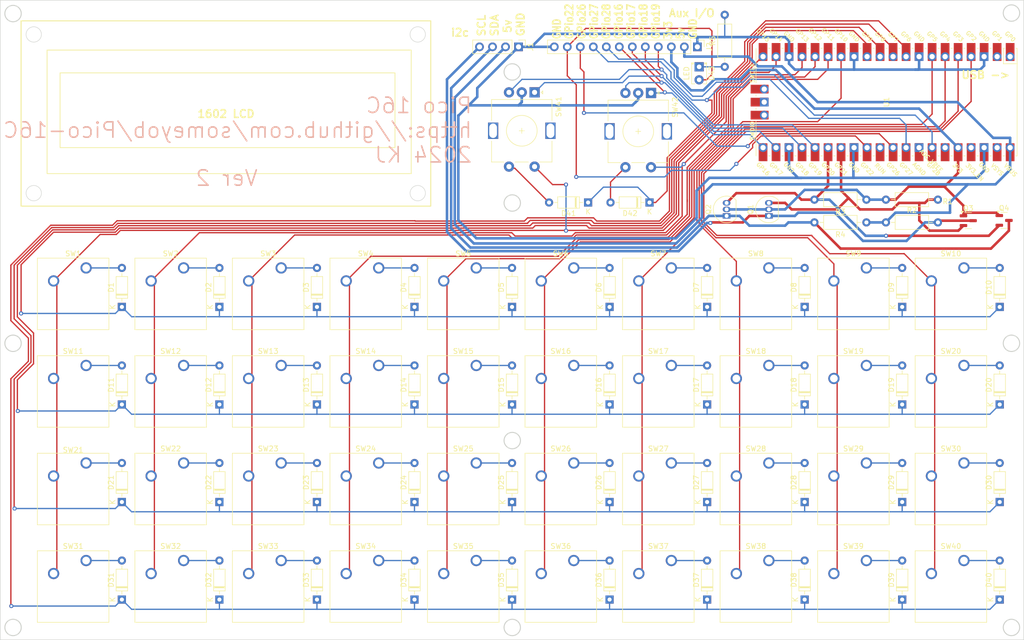
<source format=kicad_pcb>
(kicad_pcb (version 20240108) (generator "pcbnew") (generator_version "8.0")
  (layers (0 "F.Cu" signal) (31 "B.Cu" signal) (34 "B.Paste" user) (35 "F.Paste" user) (36 "B.SilkS" user "B.Silkscreen") (37 "F.SilkS" user "F.Silkscreen") (38 "B.Mask" user) (39 "F.Mask" user) (44 "Edge.Cuts" user))
  (net 0 "")
  (net 1 "Net-(D1-A)")
  (net 2 "Net-(D2-A)")
  (net 3 "Net-(D3-A)")
  (net 4 "Net-(D4-A)")
  (net 5 "Net-(D5-A)")
  (net 6 "Net-(D6-A)")
  (net 7 "Net-(D7-A)")
  (net 8 "Net-(D8-A)")
  (net 9 "Net-(D9-A)")
  (net 10 "Net-(D10-A)")
  (net 11 "Net-(D11-A)")
  (net 12 "Net-(D12-A)")
  (net 13 "Net-(D13-A)")
  (net 14 "Net-(D14-A)")
  (net 15 "Net-(D15-A)")
  (net 16 "Net-(D16-A)")
  (net 17 "Net-(D17-A)")
  (net 18 "Net-(D18-A)")
  (net 19 "Net-(D19-A)")
  (net 20 "Net-(D20-A)")
  (net 21 "Net-(D21-A)")
  (net 22 "Net-(D22-A)")
  (net 23 "Net-(D23-A)")
  (net 24 "Net-(D24-A)")
  (net 25 "Net-(D25-A)")
  (net 26 "Net-(D26-A)")
  (net 27 "Net-(D27-A)")
  (net 28 "Net-(D28-A)")
  (net 29 "Net-(D29-A)")
  (net 30 "Net-(D30-A)")
  (net 31 "Net-(D31-A)")
  (net 32 "Net-(D32-A)")
  (net 33 "Net-(D1-K)")
  (net 44 "Net-(D11-K)")
  (net 45 "Net-(D21-K)")
  (net 46 "Net-(D31-K)")
  (net 47 "Net-(D33-A)")
  (net 48 "Net-(D34-A)")
  (net 49 "Net-(D35-A)")
  (net 50 "Net-(D36-A)")
  (net 51 "Net-(D37-A)")
  (net 52 "Net-(D38-A)")
  (net 53 "Net-(D39-A)")
  (net 54 "Net-(D40-A)")
  (net 55 "SCLh")
  (net 56 "3v3")
  (net 57 "SCLl")
  (net 58 "SDAh")
  (net 59 "SDAl")
  (net 60 "5v")
  (net 61 "GND")
  (net 62 "Net-(U1-GPIO2)")
  (net 63 "Net-(U1-GPIO5)")
  (net 64 "Net-(U1-GPIO4)")
  (net 65 "Net-(U1-GPIO3)")
  (net 66 "Net-(U1-GPIO10)")
  (net 67 "Net-(U1-GPIO13)")
  (net 68 "Net-(U1-GPIO12)")
  (net 69 "Net-(U1-GPIO11)")
  (net 70 "Net-(U1-GPIO15)")
  (net 71 "Net-(U1-GPIO14)")
  (net 72 "GPIO18")
  (net 73 "GPIO19")
  (net 74 "GPIO16")
  (net 75 "GPIO17")
  (net 76 "GPIO26")
  (net 77 "GPIO27")
  (net 78 "GPIO28")
  (net 79 "GPIO22")
  (net 80 "Net-(D41-A)")
  (net 81 "Net-(D42-A)")
  (net 92 "Net-(D43-K)")
  (footprint "Button_Switch_Keyboard:SW_Cherry_MX_1.00u_PCB" (layer "F.Cu") (at 160.02 119.38)
    (property "Reference" "SW26")
    (property "Value" "SW_Push" (hide yes))
  )
  (footprint "Diode_THT:D_DO-35_SOD27_P7.62mm_Horizontal" (layer "F.Cu") (at 128.905 146.05 90)
    (property "Reference" "D34")
    (property "Value" "1N4148W")
  )
  (footprint "Button_Switch_Keyboard:SW_Cherry_MX_1.00u_PCB" (layer "F.Cu") (at 179.07 138.43)
    (property "Reference" "SW37")
    (property "Value" "SW_Push" (hide yes))
  )
  (footprint "Connector_PinHeader_2.54mm:PinHeader_1x12_P2.54mm_Vertical" (layer "F.Cu") (at 184.15 38.1 -90)
    (property "Reference" "J2")
    (property "Value" "Aux I/O")
  )
  (footprint "Diode_THT:D_DO-35_SOD27_P7.62mm_Horizontal" (layer "F.Cu") (at 224.155 127 90)
    (property "Reference" "D29")
    (property "Value" "1N4148W")
  )
  (footprint "MCU_RaspberryPi_and_Boards:RPi_Pico_SMD_TH" (layer "F.Cu") (at 221.11 48.895 -90)
    (property "Reference" "U1")
    (property "Value" "Pico")
  )
  (footprint "Diode_THT:D_DO-35_SOD27_P7.62mm_Horizontal" (layer "F.Cu") (at 90.805 107.95 90)
    (property "Reference" "D12")
    (property "Value" "1N4148W")
  )
  (footprint "Package_TO_SOT_THT:TO-92_Inline" (layer "F.Cu") (at 189.865 71.12 90)
    (property "Reference" "Q2")
    (property "Value" "BS170")
  )
  (footprint "Diode_THT:D_DO-35_SOD27_P7.62mm_Horizontal" (layer "F.Cu") (at 71.755 107.95 90)
    (property "Reference" "D11")
    (property "Value" "1N4148W")
  )
  (footprint "Resistor_THT:R_Axial_DIN0207_L6.3mm_D2.5mm_P10.16mm_Horizontal" (layer "F.Cu") (at 217.17 72.39 180)
    (property "Reference" "R4")
    (property "Value" "10K")
  )
  (footprint "Button_Switch_Keyboard:SW_Cherry_MX_1.00u_PCB" (layer "F.Cu") (at 121.92 138.43)
    (property "Reference" "SW34")
    (property "Value" "SW_Push" (hide yes))
  )
  (footprint "Button_Switch_Keyboard:SW_Cherry_MX_1.00u_PCB" (layer "F.Cu") (at 140.97 81.28)
    (property "Reference" "SW5")
    (property "Value" "SW_Push" (hide yes))
  )
  (footprint "Diode_THT:D_DO-35_SOD27_P7.62mm_Horizontal" (layer "F.Cu") (at 243.205 88.9 90)
    (property "Reference" "D10")
    (property "Value" "1N4148W")
  )
  (footprint "Button_Switch_Keyboard:SW_Cherry_MX_1.00u_PCB" (layer "F.Cu") (at 198.12 100.33)
    (property "Reference" "SW18")
    (property "Value" "SW_Push" (hide yes))
  )
  (footprint "Button_Switch_Keyboard:SW_Cherry_MX_1.00u_PCB" (layer "F.Cu") (at 102.87 100.33)
    (property "Reference" "SW13")
    (property "Value" "SW_Push" (hide yes))
  )
  (footprint "Button_Switch_Keyboard:SW_Cherry_MX_1.00u_PCB" (layer "F.Cu") (at 236.22 138.43)
    (property "Reference" "SW40")
    (property "Value" "SW_Push" (hide yes))
  )
  (footprint "Button_Switch_Keyboard:SW_Cherry_MX_1.00u_PCB" (layer "F.Cu") (at 64.77 81.28)
    (property "Reference" "SW1")
    (property "Value" "SW_Push" (hide yes))
  )
  (footprint "Diode_THT:D_DO-35_SOD27_P7.62mm_Horizontal" (layer "F.Cu") (at 162.81 68.5 180)
    (property "Reference" "D41")
    (property "Value" "1N4148W")
  )
  (footprint "Diode_THT:D_DO-35_SOD27_P7.62mm_Horizontal" (layer "F.Cu") (at 186.055 107.95 90)
    (property "Reference" "D17")
    (property "Value" "1N4148W")
  )
  (footprint "Button_Switch_Keyboard:SW_Cherry_MX_1.00u_PCB" (layer "F.Cu") (at 140.97 100.33)
    (property "Reference" "SW15")
    (property "Value" "SW_Push" (hide yes))
  )
  (footprint "Button_Switch_Keyboard:SW_Cherry_MX_1.00u_PCB" (layer "F.Cu") (at 121.92 119.38)
    (property "Reference" "SW24")
    (property "Value" "SW_Push" (hide yes))
  )
  (footprint "Button_Switch_Keyboard:SW_Cherry_MX_1.00u_PCB" (layer "F.Cu") (at 140.97 138.43)
    (property "Reference" "SW35")
    (property "Value" "SW_Push" (hide yes))
  )
  (footprint "Diode_THT:D_DO-35_SOD27_P7.62mm_Horizontal" (layer "F.Cu") (at 71.755 146.05 90)
    (property "Reference" "D31")
    (property "Value" "1N4148W")
  )
  (footprint "Diode_THT:D_DO-35_SOD27_P7.62mm_Horizontal" (layer "F.Cu") (at 205.105 88.9 90)
    (property "Reference" "D8")
    (property "Value" "1N4148W")
  )
  (footprint "Resistor_THT:R_Axial_DIN0207_L6.3mm_D2.5mm_P10.16mm_Horizontal" (layer "F.Cu") (at 189.5 42 90)
    (property "Reference" "R5")
    (property "Value" "220")
  )
  (footprint "Button_Switch_Keyboard:SW_Cherry_MX_1.00u_PCB" (layer "F.Cu") (at 64.77 119.38)
    (property "Reference" "SW21")
    (property "Value" "SW_Push" (hide yes))
  )
  (footprint "Connector_PinHeader_2.54mm:PinHeader_1x04_P2.54mm_Vertical" (layer "F.Cu") (at 149.225 38.1 -90)
    (property "Reference" "J1")
    (property "Value" "i2c")
  )
  (footprint "Button_Switch_Keyboard:SW_Cherry_MX_1.00u_PCB" (layer "F.Cu") (at 179.07 81.28)
    (property "Reference" "SW7")
    (property "Value" "SW_Push" (hide yes))
  )
  (footprint "Button_Switch_Keyboard:SW_Cherry_MX_1.00u_PCB" (layer "F.Cu") (at 217.17 100.33)
    (property "Reference" "SW19")
    (property "Value" "SW_Push" (hide yes))
  )
  (footprint "Diode_THT:D_DO-35_SOD27_P7.62mm_Horizontal" (layer "F.Cu") (at 147.955 88.9 90)
    (property "Reference" "D5")
    (property "Value" "1N4148W")
  )
  (footprint "Diode_THT:D_DO-35_SOD27_P7.62mm_Horizontal" (layer "F.Cu") (at 71.755 127 90)
    (property "Reference" "D21")
    (property "Value" "1N4148W")
  )
  (footprint "Button_Switch_Keyboard:SW_Cherry_MX_1.00u_PCB" (layer "F.Cu") (at 217.17 138.43)
    (property "Reference" "SW39")
    (property "Value" "SW_Push" (hide yes))
  )
  (footprint "Button_Switch_Keyboard:SW_Cherry_MX_1.00u_PCB" (layer "F.Cu") (at 102.87 119.38)
    (property "Reference" "SW23")
    (property "Value" "SW_Push" (hide yes))
  )
  (footprint "LED_THT:LED_D2.0mm_W4.0mm_H2.8mm_FlatTop" (layer "F.Cu") (at 184.5 42 -90)
    (property "Reference" "D43")
    (property "Value" "LED")
  )
  (footprint "Diode_THT:D_DO-35_SOD27_P7.62mm_Horizontal" (layer "F.Cu") (at 186.055 88.9 90)
    (property "Reference" "D7")
    (property "Value" "1N4148W")
  )
  (footprint "Diode_THT:D_DO-35_SOD27_P7.62mm_Horizontal" (layer "F.Cu") (at 147.955 107.95 90)
    (property "Reference" "D15")
    (property "Value" "1N4148W")
  )
  (footprint "Button_Switch_Keyboard:SW_Cherry_MX_1.00u_PCB" (layer "F.Cu") (at 102.87 81.28)
    (property "Reference" "SW3")
    (property "Value" "SW_Push" (hide yes))
  )
  (footprint "Button_Switch_Keyboard:SW_Cherry_MX_1.00u_PCB" (layer "F.Cu") (at 160.02 138.43)
    (property "Reference" "SW36")
    (property "Value" "SW_Push" (hide yes))
  )
  (footprint "Rotary_Encoder:RotaryEncoder_Alps_EC11E-Switch_Vertical_H20mm" (layer "F.Cu") (at 152.36 46.99 -90)
    (property "Reference" "SW41")
    (property "Value" "Encoder_Switch")
  )
  (footprint "Resistor_THT:R_Axial_DIN0207_L6.3mm_D2.5mm_P10.16mm_Horizontal" (layer "F.Cu") (at 220.98 72.39)
    (property "Reference" "R2")
    (property "Value" "10K")
  )
  (footprint "Button_Switch_Keyboard:SW_Cherry_MX_1.00u_PCB" (layer "F.Cu") (at 64.77 100.33)
    (property "Reference" "SW11")
    (property "Value" "SW_Push" (hide yes))
  )
  (footprint "Button_Switch_Keyboard:SW_Cherry_MX_1.00u_PCB" (layer "F.Cu") (at 83.82 100.33)
    (property "Reference" "SW12")
    (property "Value" "SW_Push" (hide yes))
  )
  (footprint "Diode_THT:D_DO-35_SOD27_P7.62mm_Horizontal" (layer "F.Cu") (at 90.805 127 90)
    (property "Reference" "D22")
    (property "Value" "1N4148W")
  )
  (footprint "Diode_THT:D_DO-35_SOD27_P7.62mm_Horizontal" (layer "F.Cu") (at 205.105 107.95 90)
    (property "Reference" "D18")
    (property "Value" "1N4148W")
  )
  (footprint "Button_Switch_Keyboard:SW_Cherry_MX_1.00u_PCB" (layer "F.Cu") (at 179.07 100.33)
    (property "Reference" "SW17")
    (property "Value" "SW_Push" (hide yes))
  )
  (footprint "Button_Switch_Keyboard:SW_Cherry_MX_1.00u_PCB" (layer "F.Cu") (at 217.17 81.28)
    (property "Reference" "SW9")
    (property "Value" "SW_Push" (hide yes))
  )
  (footprint "Diode_THT:D_DO-35_SOD27_P7.62mm_Horizontal" (layer "F.Cu") (at 243.205 146.05 90)
    (property "Reference" "D40")
    (property "Value" "1N4148W")
  )
  (footprint "Button_Switch_Keyboard:SW_Cherry_MX_1.00u_PCB" (layer "F.Cu") (at 102.87 138.43)
    (property "Reference" "SW33")
    (property "Value" "SW_Push" (hide yes))
  )
  (footprint "Package_TO_SOT_SMD:SOT-23" (layer "F.Cu") (at 244.0625 72)
    (property "Reference" "Q4")
    (property "Value" "BSS138")
  )
  (footprint "Button_Switch_Keyboard:SW_Cherry_MX_1.00u_PCB" (layer "F.Cu") (at 121.92 81.28)
    (property "Reference" "SW4")
    (property "Value" "SW_Push" (hide yes))
  )
  (footprint "Button_Switch_Keyboard:SW_Cherry_MX_1.00u_PCB" (layer "F.Cu") (at 236.22 100.33)
    (property "Reference" "SW20")
    (property "Value" "SW_Push" (hide yes))
  )
  (footprint "Button_Switch_Keyboard:SW_Cherry_MX_1.00u_PCB" (layer "F.Cu") (at 217.17 119.38)
    (property "Reference" "SW29")
    (property "Value" "SW_Push" (hide yes))
  )
  (footprint "Diode_THT:D_DO-35_SOD27_P7.62mm_Horizontal" (layer "F.Cu") (at 224.155 107.95 90)
    (property "Reference" "D19")
    (property "Value" "1N4148W")
  )
  (footprint "Diode_THT:D_DO-35_SOD27_P7.62mm_Horizontal" (layer "F.Cu") (at 243.205 127 90)
    (property "Reference" "D30")
    (property "Value" "1N4148W")
  )
  (footprint "Resistor_THT:R_Axial_DIN0207_L6.3mm_D2.5mm_P10.16mm_Horizontal" (layer "F.Cu") (at 217.17 67.945 180)
    (property "Reference" "R3")
    (property "Value" "10K")
  )
  (footprint "Diode_THT:D_DO-35_SOD27_P7.62mm_Horizontal" (layer "F.Cu") (at 128.905 88.9 90)
    (property "Reference" "D4")
    (property "Value" "1N4148W")
  )
  (footprint "Button_Switch_Keyboard:SW_Cherry_MX_1.00u_PCB" (layer "F.Cu") (at 121.92 100.33)
    (property "Reference" "SW14")
    (property "Value" "SW_Push" (hide yes))
  )
  (footprint "Diode_THT:D_DO-35_SOD27_P7.62mm_Horizontal" (layer "F.Cu") (at 167.005 127 90)
    (property "Reference" "D26")
    (property "Value" "1N4148W")
  )
  (footprint "Button_Switch_Keyboard:SW_Cherry_MX_1.00u_PCB" (layer "F.Cu") (at 198.12 119.38)
    (property "Reference" "SW28")
    (property "Value" "SW_Push" (hide yes))
  )
  (footprint "Diode_THT:D_DO-35_SOD27_P7.62mm_Horizontal" (layer "F.Cu") (at 205.105 127 90)
    (property "Reference" "D28")
    (property "Value" "1N4148W")
  )
  (footprint "Diode_THT:D_DO-35_SOD27_P7.62mm_Horizontal" (layer "F.Cu") (at 167.005 107.95 90)
    (property "Reference" "D16")
    (property "Value" "1N4148W")
  )
  (footprint "Diode_THT:D_DO-35_SOD27_P7.62mm_Horizontal" (layer "F.Cu") (at 174.81 68.5 180)
    (property "Reference" "D42")
    (property "Value" "1N4148W")
  )
  (footprint "Diode_THT:D_DO-35_SOD27_P7.62mm_Horizontal" (layer "F.Cu") (at 128.905 127 90)
    (property "Reference" "D24")
    (property "Value" "1N4148W")
  )
  (footprint "Diode_THT:D_DO-35_SOD27_P7.62mm_Horizontal" (layer "F.Cu") (at 147.955 127 90)
    (property "Reference" "D25")
    (property "Value" "1N4148W")
  )
  (footprint "Diode_THT:D_DO-35_SOD27_P7.62mm_Horizontal" (layer "F.Cu") (at 167.005 88.9 90)
    (property "Reference" "D6")
    (property "Value" "1N4148W")
  )
  (footprint "Diode_THT:D_DO-35_SOD27_P7.62mm_Horizontal" (layer "F.Cu") (at 243.205 107.95 90)
    (property "Reference" "D20")
    (property "Value" "1N4148W")
  )
  (footprint "Button_Switch_Keyboard:SW_Cherry_MX_1.00u_PCB" (layer "F.Cu") (at 83.82 119.38)
    (property "Reference" "SW22")
    (property "Value" "SW_Push" (hide yes))
  )
  (footprint "Package_TO_SOT_SMD:SOT-23" (layer "F.Cu") (at 237.0625 72.05)
    (property "Reference" "Q3")
    (property "Value" "BSS138")
  )
  (footprint "Button_Switch_Keyboard:SW_Cherry_MX_1.00u_PCB" (layer "F.Cu") (at 236.22 119.38)
    (property "Reference" "SW30")
    (property "Value" "SW_Push" (hide yes))
  )
  (footprint "Diode_THT:D_DO-35_SOD27_P7.62mm_Horizontal" (layer "F.Cu") (at 71.755 88.9 90)
    (property "Reference" "D1")
    (property "Value" "1N4148W")
  )
  (footprint "Diode_THT:D_DO-35_SOD27_P7.62mm_Horizontal" (layer "F.Cu") (at 224.155 88.9 90)
    (property "Reference" "D9")
    (property "Value" "1N4148W")
  )
  (footprint "Diode_THT:D_DO-35_SOD27_P7.62mm_Horizontal" (layer "F.Cu") (at 186.055 146.05 90)
    (property "Reference" "D37")
    (property "Value" "1N4148W")
  )
  (footprint "Diode_THT:D_DO-35_SOD27_P7.62mm_Horizontal" (layer "F.Cu") (at 128.905 107.95 90)
    (property "Reference" "D14")
    (property "Value" "1N4148W")
  )
  (footprint "Button_Switch_Keyboard:SW_Cherry_MX_1.00u_PCB" (layer "F.Cu") (at 198.12 81.28)
    (property "Reference" "SW8")
    (property "Value" "SW_Push" (hide yes))
  )
  (footprint "Diode_THT:D_DO-35_SOD27_P7.62mm_Horizontal" (layer "F.Cu") (at 109.855 146.05 90)
    (property "Reference" "D33")
    (property "Value" "1N4148W")
  )
  (footprint "Package_TO_SOT_THT:TO-92_Inline" (layer "F.Cu") (at 198.12 71.12 90)
    (property "Reference" "Q1")
    (property "Value" "BS170")
  )
  (footprint "Diode_THT:D_DO-35_SOD27_P7.62mm_Horizontal" (layer "F.Cu") (at 109.855 88.9 90)
    (property "Reference" "D3")
    (property "Value" "1N4148W")
  )
  (footprint "Diode_THT:D_DO-35_SOD27_P7.62mm_Horizontal" (layer "F.Cu") (at 90.805 88.9 90)
    (property "Reference" "D2")
    (property "Value" "1N4148W")
  )
  (footprint "Button_Switch_Keyboard:SW_Cherry_MX_1.00u_PCB" (layer "F.Cu") (at 83.82 138.43)
    (property "Reference" "SW32")
    (property "Value" "SW_Push" (hide yes))
  )
  (footprint "Button_Switch_Keyboard:SW_Cherry_MX_1.00u_PCB" (layer "F.Cu") (at 179.07 119.38)
    (property "Reference" "SW27")
    (property "Value" "SW_Push" (hide yes))
  )
  (footprint "Button_Switch_Keyboard:SW_Cherry_MX_1.00u_PCB" (layer "F.Cu") (at 160.02 100.33)
    (property "Reference" "SW16")
    (property "Value" "SW_Push" (hide yes))
  )
  (footprint "Diode_THT:D_DO-35_SOD27_P7.62mm_Horizontal" (layer "F.Cu") (at 167.005 146.05 90)
    (property "Reference" "D36")
    (property "Value" "1N4148W")
  )
  (footprint "Diode_THT:D_DO-35_SOD27_P7.62mm_Horizontal" (layer "F.Cu") (at 147.955 146.05 90)
    (property "Reference" "D35")
    (property "Value" "1N4148W")
  )
  (footprint "Button_Switch_Keyboard:SW_Cherry_MX_1.00u_PCB" (layer "F.Cu") (at 64.77 138.43)
    (property "Reference" "SW31")
    (property "Value" "SW_Push" (hide yes))
  )
  (footprint "Diode_THT:D_DO-35_SOD27_P7.62mm_Horizontal" (layer "F.Cu") (at 205.105 146.05 90)
    (property "Reference" "D38")
    (property "Value" "1N4148W")
  )
  (footprint "Button_Switch_Keyboard:SW_Cherry_MX_1.00u_PCB" (layer "F.Cu") (at 236.22 81.28)
    (property "Reference" "SW10")
    (property "Value" "SW_Push" (hide yes))
  )
  (footprint "Diode_THT:D_DO-35_SOD27_P7.62mm_Horizontal" (layer "F.Cu") (at 90.805 146.05 90)
    (property "Reference" "D32")
    (property "Value" "1N4148W")
  )
  (footprint "Button_Switch_Keyboard:SW_Cherry_MX_1.00u_PCB" (layer "F.Cu") (at 160.02 81.28)
    (property "Reference" "SW6")
    (property "Value" "SW_Push" (hide yes))
  )
  (footprint "Diode_THT:D_DO-35_SOD27_P7.62mm_Horizontal" (layer "F.Cu") (at 186.055 127 90)
    (property "Reference" "D27")
    (property "Value" "1N4148W")
  )
  (footprint "Resistor_THT:R_Axial_DIN0207_L6.3mm_D2.5mm_P10.16mm_Horizontal" (layer "F.Cu") (at 220.98 67.945)
    (property "Reference" "R1")
    (property "Value" "10K")
  )
  (footprint "Button_Switch_Keyboard:SW_Cherry_MX_1.00u_PCB" (layer "F.Cu") (at 83.82 81.28)
    (property "Reference" "SW2")
    (property "Value" "SW_Push" (hide yes))
  )
  (footprint "Diode_THT:D_DO-35_SOD27_P7.62mm_Horizontal" (layer "F.Cu") (at 109.855 107.95 90)
    (property "Reference" "D13")
    (property "Value" "1N4148W")
  )
  (footprint "Rotary_Encoder:RotaryEncoder_Alps_EC11E-Switch_Vertical_H20mm" (layer "F.Cu") (at 175.105 47.11 -90)
    (property "Reference" "SW42")
    (property "Value" "Encoder_Switch")
  )
  (footprint "Button_Switch_Keyboard:SW_Cherry_MX_1.00u_PCB" (layer "F.Cu") (at 198.12 138.43)
    (property "Reference" "SW38")
    (property "Value" "SW_Push" (hide yes))
  )
  (footprint "Diode_THT:D_DO-35_SOD27_P7.62mm_Horizontal" (layer "F.Cu") (at 109.855 127 90)
    (property "Reference" "D23")
    (property "Value" "1N4148W")
  )
  (footprint "Button_Switch_Keyboard:SW_Cherry_MX_1.00u_PCB" (layer "F.Cu") (at 140.97 119.38)
    (property "Reference" "SW25")
    (property "Value" "SW_Push" (hide yes))
  )
  (footprint "Diode_THT:D_DO-35_SOD27_P7.62mm_Horizontal" (layer "F.Cu") (at 224.155 146.05 90)
    (property "Reference" "D39")
    (property "Value" "1N4148W")
  )
  (gr_rect (start 57.15 38.735) (end 128.27 62.865) (stroke (width 0.15)) (fill none) (layer "F.SilkS"))
  (gr_rect (start 59.69 43.18) (end 125.095 57.785) (stroke (width 0.15)) (fill none) (layer "F.SilkS"))
  (gr_rect (start 52.07 33.02) (end 132.08 69.215) (stroke (width 0.2)) (fill none) (layer "F.SilkS"))
  (gr_circle (center 129.54 35.675) (end 131.04 35.675) (stroke (width 0.1)) (fill none) (layer "Edge.Cuts"))
  (gr_rect (start 48 29) (end 247.9 153.9) (stroke (width 0.1)) (fill none) (layer "Edge.Cuts"))
  (gr_circle (center 148 115) (end 149.6 115) (stroke (width 0.2)) (fill none) (layer "Edge.Cuts"))
  (gr_circle (center 129.54 66.675) (end 131.04 66.675) (stroke (width 0.1)) (fill none) (layer "Edge.Cuts"))
  (gr_circle (center 245.5 31.5) (end 247.1 31.5) (stroke (width 0.2)) (fill none) (layer "Edge.Cuts"))
  (gr_circle (center 54.54 66.675) (end 56.04 66.675) (stroke (width 0.1)) (fill none) (layer "Edge.Cuts"))
  (gr_circle (center 50.5 96) (end 52.1 96) (stroke (width 0.2)) (fill none) (layer "Edge.Cuts"))
  (gr_circle (center 50.5 31.6) (end 52.1 31.6) (stroke (width 0.2)) (fill none) (layer "Edge.Cuts"))
  (gr_circle (center 148 43) (end 149.6 43) (stroke (width 0.2)) (fill none) (layer "Edge.Cuts"))
  (gr_circle (center 148 68.6) (end 149.6 68.6) (stroke (width 0.2)) (fill none) (layer "Edge.Cuts"))
  (gr_circle (center 245.5 151.5) (end 247.1 151.5) (stroke (width 0.2)) (fill none) (layer "Edge.Cuts"))
  (gr_circle (center 54.54 35.675) (end 56.04 35.675) (stroke (width 0.1)) (fill none) (layer "Edge.Cuts"))
  (gr_circle (center 148 151.5) (end 149.6 151.5) (stroke (width 0.2)) (fill none) (layer "Edge.Cuts"))
  (gr_circle (center 50.5 151.5) (end 52.1 151.5) (stroke (width 0.2)) (fill none) (layer "Edge.Cuts"))
  (gr_circle (center 245.5 96) (end 247.1 96) (stroke (width 0.2)) (fill none) (layer "Edge.Cuts"))
  (gr_text "Ver 2" (at 98.5 65.5 0) (layer "B.SilkS") (effects (font (size 3 3) (thickness 0.3) (bold yes)) (justify left bottom mirror)))
  (gr_text "Pico 16C\nhttps://github.com/someyob/Pico-16C\n2024 KJ" (at 140.335 60.96 0) (layer "B.SilkS") (effects (font (size 3 3) (thickness 0.3) (bold yes)) (justify left bottom mirror)))
  (gr_text "1602 LCD" (at 86.36 52.07 0) (layer "F.SilkS") (effects (font (size 1.5 1.5) (thickness 0.3) (bold yes)) (justify left bottom)))
  (gr_text "5v" (at 147.955 35.56 90) (layer "F.SilkS") (effects (font (size 1.5 1.5) (thickness 0.3) (bold yes)) (justify left bottom)))
  (gr_text "GND\nGPio22\nGPio26\nGPio27\nGPio28\nGPio16\nGPio17\nGPio18\nGPio19\n3v3\n5v\nGND" (at 184.15 36.77 90) (layer "F.SilkS") (effects (font (size 1.5 1.3) (thickness 0.3) (bold yes)) (justify left bottom)))
  (gr_text "Aux I/O" (at 178.435 32.385 0) (layer "F.SilkS") (effects (font (size 1.5 1.5) (thickness 0.3) (bold yes)) (justify left bottom)))
  (gr_text "SCL" (at 142.875 36.195 90) (layer "F.SilkS") (effects (font (size 1.5 1.5) (thickness 0.3) (bold yes)) (justify left bottom)))
  (gr_text "SDA" (at 145.415 36.195 90) (layer "F.SilkS") (effects (font (size 1.5 1.5) (thickness 0.3) (bold yes)) (justify left bottom)))
  (gr_text "GND" (at 150.495 36.195 90) (layer "F.SilkS") (effects (font (size 1.5 1.5) (thickness 0.3) (bold yes)) (justify left bottom)))
  (gr_text "i2c" (at 135.89 36.195 0) (layer "F.SilkS") (effects (font (size 1.5 1.5) (thickness 0.3) (bold yes)) (justify left bottom)))
  (gr_text "USB ->" (at 235.585 44.45 0) (layer "F.SilkS") (effects (font (size 1.5 1.5) (thickness 0.3) (bold yes)) (justify left bottom)))
  (segment (start 64.77 81.28) (end 71.755 81.28) (width 0.25) (layer "B.Cu") (net 1))
  (segment (start 83.82 81.28) (end 90.805 81.28) (width 0.25) (layer "B.Cu") (net 2))
  (segment (start 102.87 81.28) (end 109.855 81.28) (width 0.25) (layer "B.Cu") (net 3))
  (segment (start 121.92 81.28) (end 128.905 81.28) (width 0.25) (layer "B.Cu") (net 4))
  (segment (start 140.97 81.28) (end 147.955 81.28) (width 0.25) (layer "B.Cu") (net 5))
  (segment (start 160.02 81.28) (end 167.005 81.28) (width 0.25) (layer "B.Cu") (net 6))
  (segment (start 179.07 81.28) (end 186.055 81.28) (width 0.25) (layer "B.Cu") (net 7))
  (segment (start 198.12 81.28) (end 205.105 81.28) (width 0.25) (layer "B.Cu") (net 8))
  (segment (start 217.17 81.28) (end 224.155 81.28) (width 0.25) (layer "B.Cu") (net 9))
  (segment (start 236.22 81.28) (end 243.205 81.28) (width 0.25) (layer "B.Cu") (net 10))
  (segment (start 71.755 100.33) (end 64.77 100.33) (width 0.25) (layer "B.Cu") (net 11))
  (segment (start 90.805 100.33) (end 83.82 100.33) (width 0.25) (layer "B.Cu") (net 12))
  (segment (start 109.855 100.33) (end 102.87 100.33) (width 0.25) (layer "B.Cu") (net 13))
  (segment (start 128.905 100.33) (end 121.92 100.33) (width 0.25) (layer "B.Cu") (net 14))
  (segment (start 147.955 100.33) (end 140.97 100.33) (width 0.25) (layer "B.Cu") (net 15))
  (segment (start 167.005 100.33) (end 160.02 100.33) (width 0.25) (layer "B.Cu") (net 16))
  (segment (start 186.055 100.33) (end 179.07 100.33) (width 0.25) (layer "B.Cu") (net 17))
  (segment (start 205.105 100.33) (end 198.12 100.33) (width 0.25) (layer "B.Cu") (net 18))
  (segment (start 224.155 100.33) (end 217.17 100.33) (width 0.25) (layer "B.Cu") (net 19))
  (segment (start 243.205 100.33) (end 236.22 100.33) (width 0.25) (layer "B.Cu") (net 20))
  (segment (start 71.755 119.38) (end 64.77 119.38) (width 0.25) (layer "B.Cu") (net 21))
  (segment (start 90.805 119.38) (end 83.82 119.38) (width 0.25) (layer "B.Cu") (net 22))
  (segment (start 109.855 119.38) (end 102.87 119.38) (width 0.25) (layer "B.Cu") (net 23))
  (segment (start 128.905 119.38) (end 121.92 119.38) (width 0.25) (layer "B.Cu") (net 24))
  (segment (start 147.955 119.38) (end 140.97 119.38) (width 0.25) (layer "B.Cu") (net 25))
  (segment (start 167.005 119.38) (end 160.02 119.38) (width 0.25) (layer "B.Cu") (net 26))
  (segment (start 186.055 119.38) (end 179.07 119.38) (width 0.25) (layer "B.Cu") (net 27))
  (segment (start 205.105 119.38) (end 198.12 119.38) (width 0.25) (layer "B.Cu") (net 28))
  (segment (start 224.155 119.38) (end 217.17 119.38) (width 0.25) (layer "B.Cu") (net 29))
  (segment (start 243.205 119.38) (end 236.22 119.38) (width 0.25) (layer "B.Cu") (net 30))
  (segment (start 71.755 138.43) (end 64.77 138.43) (width 0.25) (layer "B.Cu") (net 31))
  (segment (start 90.805 138.43) (end 83.82 138.43) (width 0.25) (layer "B.Cu") (net 32))
  (segment (start 180.05 60.586396) (end 188.885 51.751396) (width 0.25) (layer "F.Cu") (net 33))
  (segment (start 177.272792 73.5) (end 180.05 70.722792) (width 0.25) (layer "F.Cu") (net 33))
  (segment (start 163 73.5) (end 177.272792 73.5) (width 0.25) (layer "F.Cu") (net 33))
  (segment (start 197.5 34.925) (end 214.63 34.925) (width 0.25) (layer "F.Cu") (net 33))
  (segment (start 152.5 73) (end 162.5 73) (width 0.25) (layer "F.Cu") (net 33))
  (segment (start 162.5 73) (end 163 73.5) (width 0.25) (layer "F.Cu") (net 33))
  (segment (start 188.885 51.751396) (end 188.885 47.32802) (width 0.25) (layer "F.Cu") (net 33))
  (segment (start 58.42 74.295) (end 70.485 74.295) (width 0.25) (layer "F.Cu") (net 33))
  (segment (start 188.885 47.32802) (end 194.85651 41.35651) (width 0.25) (layer "F.Cu") (net 33))
  (segment (start 70.485 74.295) (end 71.28 73.5) (width 0.25) (layer "F.Cu") (net 33))
  (segment (start 214.63 34.925) (end 217.3 37.595) (width 0.25) (layer "F.Cu") (net 33))
  (segment (start 180.05 70.722792) (end 180.05 60.586396) (width 0.25) (layer "F.Cu") (net 33))
  (segment (start 152 73.5) (end 152.5 73) (width 0.25) (layer "F.Cu") (net 33))
  (segment (start 52.07 80.645) (end 58.42 74.295) (width 0.25) (layer "F.Cu") (net 33))
  (segment (start 217.3 37.595) (end 217.3 40.005) (width 0.25) (layer "F.Cu") (net 33))
  (segment (start 52.07 90.17) (end 52.07 80.645) (width 0.25) (layer "F.Cu") (net 33))
  (segment (start 194.85651 37.56849) (end 197.5 34.925) (width 0.25) (layer "F.Cu") (net 33))
  (segment (start 71.28 73.5) (end 152 73.5) (width 0.25) (layer "F.Cu") (net 33))
  (segment (start 194.85651 41.35651) (end 194.85651 37.56849) (width 0.25) (layer "F.Cu") (net 33))
  (via (at 52.07 90.17) (size 0.8) (drill 0.4) (layers "F.Cu" "B.Cu") (net 33))
  (segment (start 241.3 90.805) (end 224.155 90.805) (width 0.25) (layer "B.Cu") (net 33))
  (segment (start 71.755 88.9) (end 70.485 90.17) (width 0.25) (layer "B.Cu") (net 33))
  (segment (start 205.105 90.805) (end 186.055 90.805) (width 0.25) (layer "B.Cu") (net 33))
  (segment (start 224.155 90.805) (end 205.105 90.805) (width 0.25) (layer "B.Cu") (net 33))
  (segment (start 128.905 90.805) (end 109.855 90.805) (width 0.25) (layer "B.Cu") (net 33))
  (segment (start 147.955 88.9) (end 147.955 90.805) (width 0.25) (layer "B.Cu") (net 33))
  (segment (start 52.07 90.17) (end 70.485 90.17) (width 0.25) (layer "B.Cu") (net 33))
  (segment (start 224.155 88.9) (end 224.155 90.805) (width 0.25) (layer "B.Cu") (net 33))
  (segment (start 186.055 88.9) (end 186.055 90.805) (width 0.25) (layer "B.Cu") (net 33))
  (segment (start 109.855 90.805) (end 90.805 90.805) (width 0.25) (layer "B.Cu") (net 33))
  (segment (start 73.66 90.805) (end 71.755 88.9) (width 0.25) (layer "B.Cu") (net 33))
  (segment (start 128.905 88.9) (end 128.905 90.805) (width 0.25) (layer "B.Cu") (net 33))
  (segment (start 90.805 88.9) (end 90.805 90.805) (width 0.25) (layer "B.Cu") (net 33))
  (segment (start 90.805 90.805) (end 73.66 90.805) (width 0.25) (layer "B.Cu") (net 33))
  (segment (start 167.005 88.9) (end 167.005 90.805) (width 0.25) (layer "B.Cu") (net 33))
  (segment (start 243.205 88.9) (end 241.3 90.805) (width 0.25) (layer "B.Cu") (net 33))
  (segment (start 205.105 88.9) (end 205.105 90.805) (width 0.25) (layer "B.Cu") (net 33))
  (segment (start 186.055 90.805) (end 167.005 90.805) (width 0.25) (layer "B.Cu") (net 33))
  (segment (start 147.955 90.805) (end 128.905 90.805) (width 0.25) (layer "B.Cu") (net 33))
  (segment (start 167.005 90.805) (end 147.955 90.805) (width 0.25) (layer "B.Cu") (net 33))
  (segment (start 109.855 88.9) (end 109.855 90.805) (width 0.25) (layer "B.Cu") (net 33))
  (segment (start 177.111396 73.025) (end 179.6 70.536396) (width 0.25) (layer "F.Cu") (net 44))
  (segment (start 163.5 73.025) (end 177.111396 73.025) (width 0.25) (layer "F.Cu") (net 44))
  (segment (start 215.735 34.29) (end 219.84 38.395) (width 0.25) (layer "F.Cu") (net 44))
  (segment (start 194.40651 37.382094) (end 197.498604 34.29) (width 0.25) (layer "F.Cu") (net 44))
  (segment (start 179.75 60.25) (end 179.75 60.159188) (width 0.25) (layer "F.Cu") (net 44))
  (segment (start 71.119302 73.024302) (end 71.12 73.025) (width 0.25) (layer "F.Cu") (net 44))
  (segment (start 58.233604 73.845) (end 70.298604 73.845) (width 0.25) (layer "F.Cu") (net 44))
  (segment (start 163 72.5) (end 163 72.525) (width 0.25) (layer "F.Cu") (net 44))
  (segment (start 51.435 109.22) (end 51.345 109.13) (width 0.25) (layer "F.Cu") (net 44))
  (segment (start 219.84 38.395) (end 219.84 40.005) (width 0.25) (layer "F.Cu") (net 44))
  (segment (start 70.298604 73.845) (end 71.119302 73.024302) (width 0.25) (layer "F.Cu") (net 44))
  (segment (start 179.6 60.4) (end 179.75 60.25) (width 0.25) (layer "F.Cu") (net 44))
  (segment (start 188.435 51.5) (end 188.435 47.141624) (width 0.25) (layer "F.Cu") (net 44))
  (segment (start 51.345 90.845) (end 51.345 80.733604) (width 0.25) (layer "F.Cu") (net 44))
  (segment (start 151.475 73.025) (end 152 72.5) (width 0.25) (layer "F.Cu") (net 44))
  (segment (start 197.498604 34.29) (end 215.735 34.29) (width 0.25) (layer "F.Cu") (net 44))
  (segment (start 51.345 103.155) (end 54.5 100) (width 0.25) (layer "F.Cu") (net 44))
  (segment (start 54.5 100) (end 54.5 94) (width 0.25) (layer "F.Cu") (net 44))
  (segment (start 71.12 73.025) (end 151.475 73.025) (width 0.25) (layer "F.Cu") (net 44))
  (segment (start 188.435 47.141624) (end 194.40651 41.170114) (width 0.25) (layer "F.Cu") (net 44))
  (segment (start 152 72.5) (end 163 72.5) (width 0.25) (layer "F.Cu") (net 44))
  (segment (start 51.345 80.733604) (end 58.233604 73.845) (width 0.25) (layer "F.Cu") (net 44))
  (segment (start 188.409188 51.5) (end 188.435 51.5) (width 0.25) (layer "F.Cu") (net 44))
  (segment (start 51.345 109.13) (end 51.345 103.155) (width 0.25) (layer "F.Cu") (net 44))
  (segment (start 163 72.525) (end 163.5 73.025) (width 0.25) (layer "F.Cu") (net 44))
  (segment (start 179.6 70.536396) (end 179.6 60.4) (width 0.25) (layer "F.Cu") (net 44))
  (segment (start 179.75 60.159188) (end 188.409188 51.5) (width 0.25) (layer "F.Cu") (net 44))
  (segment (start 194.40651 41.170114) (end 194.40651 37.382094) (width 0.25) (layer "F.Cu") (net 44))
  (segment (start 54.5 94) (end 51.345 90.845) (width 0.25) (layer "F.Cu") (net 44))
  (via (at 51.435 109.22) (size 0.8) (drill 0.4) (layers "F.Cu" "B.Cu") (net 44))
  (segment (start 241.3 109.855) (end 224.155 109.855) (width 0.25) (layer "B.Cu") (net 44))
  (segment (start 243.205 107.95) (end 241.3 109.855) (width 0.25) (layer "B.Cu") (net 44))
  (segment (start 205.105 109.855) (end 186.055 109.855) (width 0.25) (layer "B.Cu") (net 44))
  (segment (start 128.905 109.855) (end 109.855 109.855) (width 0.25) (layer "B.Cu") (net 44))
  (segment (start 128.905 107.95) (end 128.905 109.855) (width 0.25) (layer "B.Cu") (net 44))
  (segment (start 90.805 109.855) (end 73.66 109.855) (width 0.25) (layer "B.Cu") (net 44))
  (segment (start 205.105 107.95) (end 205.105 109.855) (width 0.25) (layer "B.Cu") (net 44))
  (segment (start 147.955 107.95) (end 147.955 109.855) (width 0.25) (layer "B.Cu") (net 44))
  (segment (start 147.955 109.855) (end 128.905 109.855) (width 0.25) (layer "B.Cu") (net 44))
  (segment (start 90.805 107.95) (end 90.805 109.855) (width 0.25) (layer "B.Cu") (net 44))
  (segment (start 109.855 107.95) (end 109.855 109.855) (width 0.25) (layer "B.Cu") (net 44))
  (segment (start 186.055 107.95) (end 186.055 109.855) (width 0.25) (layer "B.Cu") (net 44))
  (segment (start 167.005 107.95) (end 167.005 109.855) (width 0.25) (layer "B.Cu") (net 44))
  (segment (start 167.005 109.855) (end 147.955 109.855) (width 0.25) (layer "B.Cu") (net 44))
  (segment (start 224.155 107.95) (end 224.155 109.855) (width 0.25) (layer "B.Cu") (net 44))
  (segment (start 51.435 109.22) (end 70.485 109.22) (width 0.25) (layer "B.Cu") (net 44))
  (segment (start 70.485 109.22) (end 71.755 107.95) (width 0.25) (layer "B.Cu") (net 44))
  (segment (start 224.155 109.855) (end 205.105 109.855) (width 0.25) (layer "B.Cu") (net 44))
  (segment (start 73.66 109.855) (end 71.755 107.95) (width 0.25) (layer "B.Cu") (net 44))
  (segment (start 186.055 109.855) (end 167.005 109.855) (width 0.25) (layer "B.Cu") (net 44))
  (segment (start 109.855 109.855) (end 90.805 109.855) (width 0.25) (layer "B.Cu") (net 44))
  (segment (start 193.95651 40.983718) (end 193.95651 37.195698) (width 0.25) (layer "F.Cu") (net 45))
  (segment (start 164 72.574302) (end 176.925698 72.574302) (width 0.25) (layer "F.Cu") (net 45))
  (segment (start 70.932906 72.574302) (end 151 72.574302) (width 0.25) (layer "F.Cu") (net 45))
  (segment (start 163.425698 72) (end 164 72.574302) (width 0.25) (layer "F.Cu") (net 45))
  (segment (start 176.925698 72.574302) (end 179.15 70.35) (width 0.25) (layer "F.Cu") (net 45))
  (segment (start 187.917208 47.02302) (end 193.95651 40.983718) (width 0.25) (layer "F.Cu") (net 45))
  (segment (start 151 72.574302) (end 151 72.5) (width 0.25) (layer "F.Cu") (net 45))
  (segment (start 222.38 38.395) (end 222.38 40.005) (width 0.25) (layer "F.Cu") (net 45))
  (segment (start 50.71 91.21) (end 50.71 80.732208) (width 0.25) (layer "F.Cu") (net 45))
  (segment (start 187.917208 51.355584) (end 187.917208 47.02302) (width 0.25) (layer "F.Cu") (net 45))
  (segment (start 179.15 70.35) (end 179.15 60.122792) (width 0.25) (layer "F.Cu") (net 45))
  (segment (start 151.5 72) (end 163.425698 72) (width 0.25) (layer "F.Cu") (net 45))
  (segment (start 217.64 33.655) (end 222.38 38.395) (width 0.25) (layer "F.Cu") (net 45))
  (segment (start 151 72.5) (end 151.5 72) (width 0.25) (layer "F.Cu") (net 45))
  (segment (start 50.8 128.27) (end 50.71 128.18) (width 0.25) (layer "F.Cu") (net 45))
  (segment (start 50.71 80.732208) (end 58.047208 73.395) (width 0.25) (layer "F.Cu") (net 45))
  (segment (start 58.047208 73.395) (end 70.112208 73.395) (width 0.25) (layer "F.Cu") (net 45))
  (segment (start 54 94.5) (end 50.71 91.21) (width 0.25) (layer "F.Cu") (net 45))
  (segment (start 70.112208 73.395) (end 70.932906 72.574302) (width 0.25) (layer "F.Cu") (net 45))
  (segment (start 197.497208 33.655) (end 217.64 33.655) (width 0.25) (layer "F.Cu") (net 45))
  (segment (start 179.15 60.122792) (end 187.917208 51.355584) (width 0.25) (layer "F.Cu") (net 45))
  (segment (start 193.95651 37.195698) (end 197.497208 33.655) (width 0.25) (layer "F.Cu") (net 45))
  (segment (start 50.71 128.18) (end 50.71 103) (width 0.25) (layer "F.Cu") (net 45))
  (segment (start 50.71 103) (end 54 99.71) (width 0.25) (layer "F.Cu") (net 45))
  (segment (start 54 99.71) (end 54 94.5) (width 0.25) (layer "F.Cu") (net 45))
  (via (at 50.8 128.27) (size 0.8) (drill 0.4) (layers "F.Cu" "B.Cu") (net 45))
  (segment (start 186.055 128.905) (end 167.005 128.905) (width 0.25) (layer "B.Cu") (net 45))
  (segment (start 167.005 127) (end 167.005 128.905) (width 0.25) (layer "B.Cu") (net 45))
  (segment (start 70.485 128.27) (end 50.8 128.27) (width 0.25) (layer "B.Cu") (net 45))
  (segment (start 90.805 128.905) (end 73.66 128.905) (width 0.25) (layer "B.Cu") (net 45))
  (segment (start 224.155 128.905) (end 205.105 128.905) (width 0.25) (layer "B.Cu") (net 45))
  (segment (start 241.3 128.905) (end 224.155 128.905) (width 0.25) (layer "B.Cu") (net 45))
  (segment (start 205.105 127) (end 205.105 128.905) (width 0.25) (layer "B.Cu") (net 45))
  (segment (start 90.805 127) (end 90.805 128.905) (width 0.25) (layer "B.Cu") (net 45))
  (segment (start 128.905 128.905) (end 109.855 128.905) (width 0.25) (layer "B.Cu") (net 45))
  (segment (start 167.005 128.905) (end 147.955 128.905) (width 0.25) (layer "B.Cu") (net 45))
  (segment (start 147.955 127) (end 147.955 128.905) (width 0.25) (layer "B.Cu") (net 45))
  (segment (start 205.105 128.905) (end 186.055 128.905) (width 0.25) (layer "B.Cu") (net 45))
  (segment (start 243.205 127) (end 241.3 128.905) (width 0.25) (layer "B.Cu") (net 45))
  (segment (start 147.955 128.905) (end 128.905 128.905) (width 0.25) (layer "B.Cu") (net 45))
  (segment (start 186.055 127) (end 186.055 128.905) (width 0.25) (layer "B.Cu") (net 45))
  (segment (start 71.755 127) (end 70.485 128.27) (width 0.25) (layer "B.Cu") (net 45))
  (segment (start 128.905 127) (end 128.905 128.905) (width 0.25) (layer "B.Cu") (net 45))
  (segment (start 224.155 127) (end 224.155 128.905) (width 0.25) (layer "B.Cu") (net 45))
  (segment (start 73.66 128.905) (end 71.755 127) (width 0.25) (layer "B.Cu") (net 45))
  (segment (start 109.855 128.905) (end 90.805 128.905) (width 0.25) (layer "B.Cu") (net 45))
  (segment (start 109.855 127) (end 109.855 128.905) (width 0.25) (layer "B.Cu") (net 45))
  (segment (start 53.5 99.5) (end 53.5 95) (width 0.25) (layer "F.Cu") (net 46))
  (segment (start 50.075 80.730812) (end 57.860812 72.945) (width 0.25) (layer "F.Cu") (net 46))
  (segment (start 57.860812 72.945) (end 69.925812 72.945) (width 0.25) (layer "F.Cu") (net 46))
  (segment (start 178.7 59.936396) (end 187.467208 51.169188) (width 0.25) (layer "F.Cu") (net 46))
  (segment (start 129 72.070406) (end 129.053896 72.124302) (width 0.25) (layer "F.Cu") (net 46))
  (segment (start 187.467208 46.836624) (end 193.401916 40.901916) (width 0.25) (layer "F.Cu") (net 46))
  (segment (start 53.5 95) (end 50.075 91.575) (width 0.25) (layer "F.Cu") (net 46))
  (segment (start 219.545 33.02) (end 224.92 38.395) (width 0.25) (layer "F.Cu") (net 46))
  (segment (start 197.495812 33.02) (end 219.545 33.02) (width 0.25) (layer "F.Cu") (net 46))
  (segment (start 50.075 147.23) (end 50.075 102.925) (width 0.25) (layer "F.Cu") (net 46))
  (segment (start 164.5 72.124302) (end 176.739302 72.124302) (width 0.25) (layer "F.Cu") (net 46))
  (segment (start 50.075 91.575) (end 50.075 80.730812) (width 0.25) (layer "F.Cu") (net 46))
  (segment (start 163.875698 71.5) (end 164.5 72.124302) (width 0.25) (layer "F.Cu") (net 46))
  (segment (start 176.739302 72.124302) (end 178.7 70.163604) (width 0.25) (layer "F.Cu") (net 46))
  (segment (start 70.800406 72.070406) (end 129 72.070406) (width 0.25) (layer "F.Cu") (net 46))
  (segment (start 193.401916 40.901916) (end 193.401916 37.113896) (width 0.25) (layer "F.Cu") (net 46))
  (segment (start 150.375698 72.124302) (end 151 71.5) (width 0.25) (layer "F.Cu") (net 46))
  (segment (start 129.053896 72.124302) (end 150.375698 72.124302) (width 0.25) (layer "F.Cu") (net 46))
  (segment (start 50.075 102.925) (end 53.5 99.5) (width 0.25) (layer "F.Cu") (net 46))
  (segment (start 178.7 70.163604) (end 178.7 59.936396) (width 0.25) (layer "F.Cu") (net 46))
  (segment (start 224.92 38.395) (end 224.92 40.005) (width 0.25) (layer "F.Cu") (net 46))
  (segment (start 50.165 147.32) (end 50.075 147.23) (width 0.25) (layer "F.Cu") (net 46))
  (segment (start 187.467208 51.169188) (end 187.467208 46.836624) (width 0.25) (layer "F.Cu") (net 46))
  (segment (start 193.401916 37.113896) (end 197.495812 33.02) (width 0.25) (layer "F.Cu") (net 46))
  (segment (start 151 71.5) (end 163.875698 71.5) (width 0.25) (layer "F.Cu") (net 46))
  (segment (start 69.925812 72.945) (end 70.800406 72.070406) (width 0.25) (layer "F.Cu") (net 46))
  (via (at 50.165 147.32) (size 0.8) (drill 0.4) (layers "F.Cu" "B.Cu") (net 46))
  (segment (start 186.055 147.955) (end 167.005 147.955) (width 0.25) (layer "B.Cu") (net 46))
  (segment (start 73.66 147.955) (end 71.755 146.05) (width 0.25) (layer "B.Cu") (net 46))
  (segment (start 167.005 146.05) (end 167.005 147.955) (width 0.25) (layer "B.Cu") (net 46))
  (segment (start 224.155 147.955) (end 205.105 147.955) (width 0.25) (layer "B.Cu") (net 46))
  (segment (start 90.805 146.05) (end 90.805 147.955) (width 0.25) (layer "B.Cu") (net 46))
  (segment (start 224.155 146.05) (end 224.155 147.955) (width 0.25) (layer "B.Cu") (net 46))
  (segment (start 90.805 147.955) (end 73.66 147.955) (width 0.25) (layer "B.Cu") (net 46))
  (segment (start 70.485 147.32) (end 71.755 146.05) (width 0.25) (layer "B.Cu") (net 46))
  (segment (start 167.005 147.955) (end 147.955 147.955) (width 0.25) (layer "B.Cu") (net 46))
  (segment (start 241.3 147.955) (end 224.155 147.955) (width 0.25) (layer "B.Cu") (net 46))
  (segment (start 205.105 147.955) (end 186.055 147.955) (width 0.25) (layer "B.Cu") (net 46))
  (segment (start 186.055 146.05) (end 186.055 147.955) (width 0.25) (layer "B.Cu") (net 46))
  (segment (start 109.855 147.955) (end 90.805 147.955) (width 0.25) (layer "B.Cu") (net 46))
  (segment (start 147.955 146.05) (end 147.955 147.955) (width 0.25) (layer "B.Cu") (net 46))
  (segment (start 128.905 147.955) (end 109.855 147.955) (width 0.25) (layer "B.Cu") (net 46))
  (segment (start 128.905 146.05) (end 128.905 147.955) (width 0.25) (layer "B.Cu") (net 46))
  (segment (start 205.105 146.05) (end 205.105 147.955) (width 0.25) (layer "B.Cu") (net 46))
  (segment (start 147.955 147.955) (end 128.905 147.955) (width 0.25) (layer "B.Cu") (net 46))
  (segment (start 50.165 147.32) (end 70.485 147.32) (width 0.25) (layer "B.Cu") (net 46))
  (segment (start 109.855 146.05) (end 109.855 147.955) (width 0.25) (layer "B.Cu") (net 46))
  (segment (start 243.205 146.05) (end 241.3 147.955) (width 0.25) (layer "B.Cu") (net 46))
  (segment (start 109.855 138.43) (end 102.87 138.43) (width 0.25) (layer "B.Cu") (net 47))
  (segment (start 128.905 138.43) (end 121.92 138.43) (width 0.25) (layer "B.Cu") (net 48))
  (segment (start 147.955 138.43) (end 140.97 138.43) (width 0.25) (layer "B.Cu") (net 49))
  (segment (start 167.005 138.43) (end 160.02 138.43) (width 0.25) (layer "B.Cu") (net 50))
  (segment (start 186.055 138.43) (end 179.07 138.43) (width 0.25) (layer "B.Cu") (net 51))
  (segment (start 205.105 138.43) (end 198.12 138.43) (width 0.25) (layer "B.Cu") (net 52))
  (segment (start 224.155 138.43) (end 217.17 138.43) (width 0.25) (layer "B.Cu") (net 53))
  (segment (start 243.205 138.43) (end 236.22 138.43) (width 0.25) (layer "B.Cu") (net 54))
  (segment (start 231.48 72.05) (end 238 72.05) (width 0.5) (layer "F.Cu") (net 55))
  (segment (start 198.12 71.12) (end 194.31 71.12) (width 0.5) (layer "F.Cu") (net 55))
  (segment (start 231.14 72.39) (end 231.48 72.05) (width 0.5) (layer "F.Cu") (net 55))
  (segment (start 193.04 72.39) (end 186.69 72.39) (width 0.5) (layer "F.Cu") (net 55))
  (segment (start 194.31 71.12) (end 193.04 72.39) (width 0.5) (layer "F.Cu") (net 55))
  (via (at 186.69 72.5) (size 0.8) (drill 0.4) (layers "F.Cu" "B.Cu") (net 55))
  (segment (start 231.14 72.39) (end 228.6 72.39) (width 0.5) (layer "B.Cu") (net 55))
  (segment (start 228.6 72.39) (end 225 75.99) (width 0.5) (layer "B.Cu") (net 55))
  (segment (start 210.985 70.485) (end 203.835 70.485) (width 0.5) (layer "B.Cu") (net 55))
  (segment (start 203.2 71.12) (end 198.12 71.12) (width 0.5) (layer "B.Cu") (net 55))
  (segment (start 141.605 38.1) (end 135.255 44.45) (width 0.5) (layer "B.Cu") (net 55))
  (segment (start 139 78) (end 180.5 78) (width 0.5) (layer "B.Cu") (net 55))
  (segment (start 135.255 44.45) (end 135.255 74.255) (width 0.5) (layer "B.Cu") (net 55))
  (segment (start 225 76) (end 216.5 76) (width 0.5) (layer "B.Cu") (net 55))
  (segment (start 216.5 76) (end 210.985 70.485) (width 0.5) (layer "B.Cu") (net 55))
  (segment (start 203.835 70.485) (end 203.2 71.12) (width 0.5) (layer "B.Cu") (net 55))
  (segment (start 180.5 78) (end 186 72.5) (width 0.5) (layer "B.Cu") (net 55))
  (segment (start 225 75.99) (end 225 76) (width 0.5) (layer "B.Cu") (net 55))
  (segment (start 186 72.5) (end 186.69 72.5) (width 0.5) (layer "B.Cu") (net 55))
  (segment (start 135.255 74.255) (end 139 78) (width 0.5) (layer "B.Cu") (net 55))
  (segment (start 232.41 65.405) (end 235.08 62.735) (width 0.5) (layer "F.Cu") (net 56))
  (segment (start 236.725 70.5) (end 242.575 70.5) (width 0.5) (layer "F.Cu") (net 56))
  (segment (start 235.08 62.735) (end 235.08 57.785) (width 0.5) (layer "F.Cu") (net 56))
  (segment (start 236.125 69.125) (end 232.41 65.41) (width 0.5) (layer "F.Cu") (net 56))
  (segment (start 236.125 71.1) (end 236.125 69.125) (width 0.5) (layer "F.Cu") (net 56))
  (segment (start 236.125 71.1) (end 236.725 70.5) (width 0.5) (layer "F.Cu") (net 56))
  (segment (start 225.425 65.405) (end 232.41 65.405) (width 0.5) (layer "F.Cu") (net 56))
  (segment (start 242.575 70.5) (end 243.125 71.05) (width 0.5) (layer "F.Cu") (net 56))
  (segment (start 220.98 67.945) (end 222.885 67.945) (width 0.5) (layer "F.Cu") (net 56))
  (segment (start 222.885 67.945) (end 225.425 65.405) (width 0.5) (layer "F.Cu") (net 56))
  (segment (start 232.41 65.41) (end 232.41 65.405) (width 0.5) (layer "F.Cu") (net 56))
  (segment (start 205.105 66.04) (end 201.295 69.85) (width 0.5) (layer "B.Cu") (net 56))
  (segment (start 179.07 41.07) (end 180.25 42.25) (width 0.5) (layer "B.Cu") (net 56))
  (segment (start 194.315 42.61) (end 199.455 42.61) (width 0.5) (layer "B.Cu") (net 56))
  (segment (start 217.17 67.945) (end 215.265 66.04) (width 0.5) (layer "B.Cu") (net 56))
  (segment (start 198.12 69.85) (end 189.865 69.85) (width 0.5) (layer "B.Cu") (net 56))
  (segment (start 199.455 42.61) (end 207.01 50.165) (width 0.5) (layer "B.Cu") (net 56))
  (segment (start 217.17 67.945) (end 220.98 67.945) (width 0.5) (layer "B.Cu") (net 56))
  (segment (start 207.01 50.165) (end 227.46 50.165) (width 0.5) (layer "B.Cu") (net 56))
  (segment (start 187.5 44.425) (end 192.5 44.425) (width 0.5) (layer "B.Cu") (net 56))
  (segment (start 215.265 66.04) (end 205.105 66.04) (width 0.5) (layer "B.Cu") (net 56))
  (segment (start 227.46 50.165) (end 235.08 57.785) (width 0.5) (layer "B.Cu") (net 56))
  (segment (start 180.25 42.25) (end 180.25 43.936828) (width 0.5) (layer "B.Cu") (net 56))
  (segment (start 180.25 43.936828) (end 182.906586 46.593414) (width 0.5) (layer "B.Cu") (net 56))
  (segment (start 179.07 38.1) (end 179.07 41.07) (width 0.5) (layer "B.Cu") (net 56))
  (segment (start 201.295 69.85) (end 198.12 69.85) (width 0.5) (layer "B.Cu") (net 56))
  (segment (start 192.5 44.425) (end 194.315 42.61) (width 0.5) (layer "B.Cu") (net 56))
  (segment (start 182.906586 46.593414) (end 185.331586 46.593414) (width 0.5) (layer "B.Cu") (net 56))
  (segment (start 185.331586 46.593414) (end 187.5 44.425) (width 0.5) (layer "B.Cu") (net 56))
  (segment (start 229.5 74) (end 235.125 74) (width 0.5) (layer "F.Cu") (net 57))
  (segment (start 213.6775 67.6275) (end 211.455 69.85) (width 0.5) (layer "F.Cu") (net 57))
  (segment (start 215.9 69.85) (end 222.25 69.85) (width 0.5) (layer "F.Cu") (net 57))
  (segment (start 235.125 74) (end 236.125 73) (width 0.5) (layer "F.Cu") (net 57))
  (segment (start 202.565 69.85) (end 201.295 68.58) (width 0.5) (layer "F.Cu") (net 57))
  (segment (start 213.6775 67.6275) (end 215.9 69.85) (width 0.5) (layer "F.Cu") (net 57))
  (segment (start 212.22 66.17) (end 212.22 57.785) (width 0.5) (layer "F.Cu") (net 57))
  (segment (start 227.5 68.58) (end 227.5 72) (width 0.5) (layer "F.Cu") (net 57))
  (segment (start 229.235 67.945) (end 231.14 67.945) (width 0.5) (layer "F.Cu") (net 57))
  (segment (start 227.5 72) (end 229.5 74) (width 0.5) (layer "F.Cu") (net 57))
  (segment (start 228.6 68.58) (end 229.235 67.945) (width 0.5) (layer "F.Cu") (net 57))
  (segment (start 211.455 69.85) (end 202.565 69.85) (width 0.5) (layer "F.Cu") (net 57))
  (segment (start 227.5 68.58) (end 228.6 68.58) (width 0.5) (layer "F.Cu") (net 57))
  (segment (start 213.6775 67.6275) (end 212.22 66.17) (width 0.5) (layer "F.Cu") (net 57))
  (segment (start 222.25 69.85) (end 223.52 68.58) (width 0.5) (layer "F.Cu") (net 57))
  (segment (start 223.52 68.58) (end 227.5 68.58) (width 0.5) (layer "F.Cu") (net 57))
  (segment (start 201.295 68.58) (end 198.12 68.58) (width 0.5) (layer "F.Cu") (net 57))
  (segment (start 245 72) (end 245 74) (width 0.5) (layer "F.Cu") (net 58))
  (segment (start 241.5 77.5) (end 212.12 77.5) (width 0.5) (layer "F.Cu") (net 58))
  (segment (start 245 74) (end 241.5 77.5) (width 0.5) (layer "F.Cu") (net 58))
  (segment (start 212.12 77.5) (end 207.01 72.39) (width 0.5) (layer "F.Cu") (net 58))
  (segment (start 144.145 38.1) (end 136.067475 46.177525) (width 0.5) (layer "B.Cu") (net 58))
  (segment (start 186.38 71.12) (end 189.865 71.12) (width 0.5) (layer "B.Cu") (net 58))
  (segment (start 136.067475 46.177525) (end 136.067475 73.567475) (width 0.5) (layer "B.Cu") (net 58))
  (segment (start 192.405 71.12) (end 189.865 71.12) (width 0.5) (layer "B.Cu") (net 58))
  (segment (start 180.2 77.3) (end 186.38 71.12) (width 0.5) (layer "B.Cu") (net 58))
  (segment (start 207.01 72.39) (end 201.93 72.39) (width 0.5) (layer "B.Cu") (net 58))
  (segment (start 194.31 73.025) (end 192.405 71.12) (width 0.5) (layer "B.Cu") (net 58))
  (segment (start 139.8 77.3) (end 180.2 77.3) (width 0.5) (layer "B.Cu") (net 58))
  (segment (start 201.295 73.025) (end 194.31 73.025) (width 0.5) (layer "B.Cu") (net 58))
  (segment (start 201.93 72.39) (end 201.295 73.025) (width 0.5) (layer "B.Cu") (net 58))
  (segment (start 136.067475 73.567475) (end 139.8 77.3) (width 0.5) (layer "B.Cu") (net 58))
  (segment (start 241.075 75) (end 243.125 72.95) (width 0.5) (layer "F.Cu") (net 59))
  (segment (start 207.01 67.945) (end 204.47 67.945) (width 0.5) (layer "F.Cu") (net 59))
  (segment (start 209.68 65.275) (end 209.68 57.785) (width 0.5) (layer "F.Cu") (net 59))
  (segment (start 203.2 66.675) (end 191.77 66.675) (width 0.5) (layer "F.Cu") (net 59))
  (segment (start 221 75) (end 241.075 75) (width 0.5) (layer "F.Cu") (net 59))
  (segment (start 207.01 67.945) (end 209.68 65.275) (width 0.5) (layer "F.Cu") (net 59))
  (segment (start 191.77 66.675) (end 189.865 68.58) (width 0.5) (layer "F.Cu") (net 59))
  (segment (start 204.47 67.945) (end 203.2 66.675) (width 0.5) (layer "F.Cu") (net 59))
  (via (at 221 75) (size 0.8) (drill 0.4) (layers "F.Cu" "B.Cu") (net 59))
  (segment (start 217 75) (end 221 75) (width 0.5) (layer "B.Cu") (net 59))
  (segment (start 207.01 67.945) (end 209.945 67.945) (width 0.5) (layer "B.Cu") (net 59))
  (segment (start 209.945 67.945) (end 217 75) (width 0.5) (layer "B.Cu") (net 59))
  (segment (start 181.61 40.005) (end 194.095 40.005) (width 0.5) (layer "B.Cu") (net 60))
  (segment (start 241.935 55.88) (end 234.95 48.895) (width 0.5) (layer "B.Cu") (net 60))
  (segment (start 220.98 72.39) (end 217.17 72.39) (width 0.5) (layer "B.Cu") (net 60))
  (segment (start 242.385 64.955) (end 245.24 62.1) (width 0.5) (layer "B.Cu") (net 60))
  (segment (start 245.24 62.1) (end 245.24 57.785) (width 0.5) (layer "B.Cu") (net 60))
  (segment (start 220.98 72.356827) (end 220.98 72.39) (width 0.5) (layer "B.Cu") (net 60))
  (segment (start 180.01005 76.5) (end 185.0475 71.46255) (width 0.5) (layer "B.Cu") (net 60))
  (segment (start 140.5 76.5) (end 180.01005 76.5) (width 0.5) (layer "B.Cu") (net 60))
  (segment (start 194.095 40.005) (end 196 41.91) (width 0.5) (layer "B.Cu") (net 60))
  (segment (start 222.851827 70.485) (end 220.98 72.356827) (width 0.5) (layer "B.Cu") (net 60))
  (segment (start 245.24 57.785) (end 245.24 55.88) (width 0.5) (layer "B.Cu") (net 60))
  (segment (start 146.685 38.1) (end 136.767475 48.017525) (width 0.5) (layer "B.Cu") (net 60))
  (segment (start 245.24 55.88) (end 241.935 55.88) (width 0.5) (layer "B.Cu") (net 60))
  (segment (start 185.0475 67.0475) (end 187.14 64.955) (width 0.5) (layer "B.Cu") (net 60))
  (segment (start 185.0475 71.46255) (end 185.0475 67.0475) (width 0.5) (layer "B.Cu") (net 60))
  (segment (start 237 64.955) (end 242.385 64.955) (width 0.5) (layer "B.Cu") (net 60))
  (segment (start 233.5 68.455) (end 237 64.955) (width 0.5) (layer "B.Cu") (net 60))
  (segment (start 187.14 64.955) (end 237 64.955) (width 0.5) (layer "B.Cu") (net 60))
  (segment (start 181.61 40.005) (end 181.61 38.1) (width 0.5) (layer "B.Cu") (net 60))
  (segment (start 136.767475 48.017525) (end 136.767475 72.767475) (width 0.5) (layer "B.Cu") (net 60))
  (segment (start 207.645 48.895) (end 200.66 41.91) (width 0.5) (layer "B.Cu") (net 60))
  (segment (start 233.5 70.485) (end 222.851827 70.485) (width 0.5) (layer "B.Cu") (net 60))
  (segment (start 233.5 70.485) (end 233.5 68.455) (width 0.5) (layer "B.Cu") (net 60))
  (segment (start 234.95 48.895) (end 207.645 48.895) (width 0.5) (layer "B.Cu") (net 60))
  (segment (start 200.66 41.91) (end 196 41.91) (width 0.5) (layer "B.Cu") (net 60))
  (segment (start 136.767475 72.767475) (end 140.5 76.5) (width 0.5) (layer "B.Cu") (net 60))
  (segment (start 240.16 62.285) (end 240.16 57.785) (width 0.5) (layer "B.Cu") (net 61))
  (segment (start 149.225 49.53) (end 149.86 48.895) (width 0.5) (layer "B.Cu") (net 61))
  (segment (start 182.245 35.56) (end 182.88 36.195) (width 0.5) (layer "B.Cu") (net 61))
  (segment (start 203.835 63.685) (end 204.47 63.685) (width 0.5) (layer "B.Cu") (net 61))
  (segment (start 141.1625 46.1625) (end 149.225 38.1) (width 0.5) (layer "B.Cu") (net 61))
  (segment (start 184 66.19) (end 186.505 63.685) (width 0.5) (layer "B.Cu") (net 61))
  (segment (start 239.395 42.545) (end 239.525 42.415) (width 0.5) (layer "B.Cu") (net 61))
  (segment (start 151.765 38.1) (end 154.305 35.56) (width 0.5) (layer "B.Cu") (net 61))
  (segment (start 227.33 42.545) (end 227.46 42.415) (width 0.5) (layer "B.Cu") (net 61))
  (segment (start 141 75.5) (end 180 75.5) (width 0.5) (layer "B.Cu") (net 61))
  (segment (start 137.53 51.5) (end 139.5 49.53) (width 0.5) (layer "B.Cu") (net 61))
  (segment (start 226.695 42.545) (end 239.395 42.545) (width 0.5) (layer "B.Cu") (net 61))
  (segment (start 214.76 42.545) (end 203.2 42.545) (width 0.5) (layer "B.Cu") (net 61))
  (segment (start 184.15 36.195) (end 182.88 36.195) (width 0.5) (layer "B.Cu") (net 61))
  (segment (start 137.467475 51.5) (end 137.53 51.5) (width 0.5) (layer "B.Cu") (net 61))
  (segment (start 204.47 63.685) (end 214.63 63.685) (width 0.5) (layer "B.Cu") (net 61))
  (segment (start 214.76 42.545) (end 214.76 40.005) (width 0.5) (layer "B.Cu") (net 61))
  (segment (start 149.86 48.895) (end 149.86 46.99) (width 0.5) (layer "B.Cu") (net 61))
  (segment (start 238.76 63.685) (end 240.16 62.285) (width 0.5) (layer "B.Cu") (net 61))
  (segment (start 151.765 38.1) (end 156.21 38.1) (width 0.5) (layer "B.Cu") (net 61))
  (segment (start 154.305 35.56) (end 182.245 35.56) (width 0.5) (layer "B.Cu") (net 61))
  (segment (start 184.15 36.195) (end 184.15 38.1) (width 0.5) (layer "B.Cu") (net 61))
  (segment (start 184 71.5) (end 184 66.19) (width 0.5) (layer "B.Cu") (net 61))
  (segment (start 189.5 31.84) (end 189.5 36.195) (width 0.25) (layer "B.Cu") (net 61))
  (segment (start 149.225 38.1) (end 151.765 38.1) (width 0.5) (layer "B.Cu") (net 61))
  (segment (start 202.06 57.785) (end 202.06 61.91) (width 0.5) (layer "B.Cu") (net 61))
  (segment (start 227.46 42.415) (end 227.46 40.005) (width 0.5) (layer "B.Cu") (net 61))
  (segment (start 137.467475 71.967475) (end 141 75.5) (width 0.5) (layer "B.Cu") (net 61))
  (segment (start 137.467475 71.967475) (end 137.467475 51.5) (width 0.5) (layer "B.Cu") (net 61))
  (segment (start 214.63 63.685) (end 214.63 57.915) (width 0.5) (layer "B.Cu") (net 61))
  (segment (start 239.525 42.415) (end 240.16 41.78) (width 0.5) (layer "B.Cu") (net 61))
  (segment (start 226.695 42.545) (end 227.33 42.545) (width 0.5) (layer "B.Cu") (net 61))
  (segment (start 240.16 41.78) (end 240.16 40.005) (width 0.5) (layer "B.Cu") (net 61))
  (segment (start 139.5 49.53) (end 149.225 49.53) (width 0.5) (layer "B.Cu") (net 61))
  (segment (start 202.06 41.405) (end 202.06 40.005) (width 0.5) (layer "B.Cu") (net 61))
  (segment (start 171.45 49.53) (end 171.99 48.99) (width 0.5) (layer "B.Cu") (net 61))
  (segment (start 203.2 42.545) (end 202.06 41.405) (width 0.5) (layer "B.Cu") (net 61))
  (segment (start 204.47 63.685) (end 186.505 63.685) (width 0.5) (layer "B.Cu") (net 61))
  (segment (start 214.63 63.685) (end 238.76 63.685) (width 0.5) (layer "B.Cu") (net 61))
  (segment (start 189.5 36.195) (end 184.15 36.195) (width 0.5) (layer "B.Cu") (net 61))
  (segment (start 201.295 36.195) (end 189.5 36.195) (width 0.5) (layer "B.Cu") (net 61))
  (segment (start 214.76 42.545) (end 226.695 42.545) (width 0.5) (layer "B.Cu") (net 61))
  (segment (start 202.06 40.005) (end 202.06 36.96) (width 0.5) (layer "B.Cu") (net 61))
  (segment (start 172.01 48.99) (end 172.605 48.395) (width 0.5) (layer "B.Cu") (net 61))
  (segment (start 214.63 57.915) (end 214.76 57.785) (width 0.5) (layer "B.Cu") (net 61))
  (segment (start 202.06 61.91) (end 203.835 63.685) (width 0.5) (layer "B.Cu") (net 61))
  (segment (start 172.605 48.395) (end 172.605 47.11) (width 0.5) (layer "B.Cu") (net 61))
  (segment (start 139.5 49.53) (end 141.1625 47.8675) (width 0.5) (layer "B.Cu") (net 61))
  (segment (start 180 75.5) (end 184 71.5) (width 0.5) (layer "B.Cu") (net 61))
  (segment (start 202.06 36.96) (end 201.295 36.195) (width 0.5) (layer "B.Cu") (net 61))
  (segment (start 149.225 49.53) (end 171.45 49.53) (width 0.5) (layer "B.Cu") (net 61))
  (segment (start 141.1625 47.8675) (end 141.1625 46.1625) (width 0.5) (layer "B.Cu") (net 61))
  (segment (start 171.99 48.99) (end 172.01 48.99) (width 0.5) (layer "B.Cu") (net 61))
  (segment (start 230.505 122.555) (end 230.505 140.335) (width 0.25) (layer "F.Cu") (net 62))
  (segment (start 206.5 74.93) (end 206.5 75) (width 0.25) (layer "F.Cu") (net 62))
  (segment (start 185.42 72.39) (end 187.96 74.93) (width 0.25) (layer "F.Cu") (net 62))
  (segment (start 230.505 84.455) (end 230.505 102.235) (width 0.25) (layer "F.Cu") (net 62))
  (segment (start 206.5 75) (end 210 78.5) (width 0.25) (layer "F.Cu") (net 62))
  (segment (start 229.87 102.87) (end 230.505 103.505) (width 0.25) (layer "F.Cu") (net 62))
  (segment (start 193.675 54.61) (end 185.42 62.865) (width 0.25) (layer "F.Cu") (net 62))
  (segment (start 230.505 102.235) (end 229.87 102.87) (width 0.25) (layer "F.Cu") (net 62))
  (segment (start 237.62 40.005) (end 237.62 48.765) (width 0.25) (layer "F.Cu") (net 62))
  (segment (start 230.505 121.285) (end 229.87 121.92) (width 0.25) (layer "F.Cu") (net 62))
  (segment (start 187.96 74.93) (end 206.5 74.93) (width 0.25) (layer "F.Cu") (net 62))
  (segment (start 229.87 83.82) (end 230.505 84.455) (width 0.25) (layer "F.Cu") (net 62))
  (segment (start 229.87 121.92) (end 230.505 122.555) (width 0.25) (layer "F.Cu") (net 62))
  (segment (start 231.775 54.61) (end 193.675 54.61) (width 0.25) (layer "F.Cu") (net 62))
  (segment (start 185.42 62.865) (end 185.42 72.39) (width 0.25) (layer "F.Cu") (net 62))
  (segment (start 230.505 140.335) (end 229.87 140.97) (width 0.25) (layer "F.Cu") (net 62))
  (segment (start 224.525 78.475) (end 229.87 83.82) (width 0.25) (layer "F.Cu") (net 62))
  (segment (start 237.62 48.765) (end 231.775 54.61) (width 0.25) (layer "F.Cu") (net 62))
  (segment (start 230.505 103.505) (end 230.505 121.285) (width 0.25) (layer "F.Cu") (net 62))
  (segment (start 210 78.5) (end 224.5 78.5) (width 0.25) (layer "F.Cu") (net 62))
  (segment (start 224.5 78.5) (end 224.525 78.475) (width 0.25) (layer "F.Cu") (net 62))
  (segment (start 172.72 102.87) (end 173.355 102.235) (width 0.25) (layer "F.Cu") (net 63))
  (segment (start 173.355 140.335) (end 173.355 122.555) (width 0.25) (layer "F.Cu") (net 63))
  (segment (start 173.355 103.505) (end 172.72 102.87) (width 0.25) (layer "F.Cu") (net 63))
  (segment (start 193.115812 53.26) (end 184.07 62.305812) (width 0.25) (layer "F.Cu") (net 63))
  (segment (start 184.07 62.305812) (end 184.07 72.47) (width 0.25) (layer "F.Cu") (net 63))
  (segment (start 230 51.225) (end 227.965 53.26) (width 0.25) (layer "F.Cu") (net 63))
  (segment (start 173.355 84.455) (end 172.72 83.82) (width 0.25) (layer "F.Cu") (net 63))
  (segment (start 173.355 122.555) (end 172.72 121.92) (width 0.25) (layer "F.Cu") (net 63))
  (segment (start 184.07 72.47) (end 172.72 83.82) (width 0.25) (layer "F.Cu") (net 63))
  (segment (start 230 40.005) (end 230 51.225) (width 0.25) (layer "F.Cu") (net 63))
  (segment (start 227.965 53.26) (end 193.115812 53.26) (width 0.25) (layer "F.Cu") (net 63))
  (segment (start 173.355 121.285) (end 173.355 103.505) (width 0.25) (layer "F.Cu") (net 63))
  (segment (start 173.355 102.235) (end 173.355 84.455) (width 0.25) (layer "F.Cu") (net 63))
  (segment (start 172.72 121.92) (end 173.355 121.285) (width 0.25) (layer "F.Cu") (net 63))
  (segment (start 172.72 140.97) (end 173.355 140.335) (width 0.25) (layer "F.Cu") (net 63))
  (segment (start 191.767208 80.01) (end 191.77 80.01) (width 0.25) (layer "F.Cu") (net 64))
  (segment (start 192.405 140.335) (end 191.77 140.97) (width 0.25) (layer "F.Cu") (net 64))
  (segment (start 184.52 62.492208) (end 184.52 72.762792) (width 0.25) (layer "F.Cu") (net 64))
  (segment (start 191.77 83.82) (end 192.405 84.455) (width 0.25) (layer "F.Cu") (net 64))
  (segment (start 231.402208 53.71) (end 193.302208 53.71) (width 0.25) (layer "F.Cu") (net 64))
  (segment (start 192.405 84.455) (end 192.405 102.235) (width 0.25) (layer "F.Cu") (net 64))
  (segment (start 193.302208 53.71) (end 184.52 62.492208) (width 0.25) (layer "F.Cu") (net 64))
  (segment (start 192.405 102.235) (end 191.77 102.87) (width 0.25) (layer "F.Cu") (net 64))
  (segment (start 232.54 40.005) (end 232.54 52.572208) (width 0.25) (layer "F.Cu") (net 64))
  (segment (start 232.54 52.572208) (end 231.402208 53.71) (width 0.25) (layer "F.Cu") (net 64))
  (segment (start 191.77 121.92) (end 192.405 122.555) (width 0.25) (layer "F.Cu") (net 64))
  (segment (start 191.77 80.01) (end 191.77 83.82) (width 0.25) (layer "F.Cu") (net 64))
  (segment (start 192.405 103.505) (end 192.405 121.285) (width 0.25) (layer "F.Cu") (net 64))
  (segment (start 184.52 72.762792) (end 191.767208 80.01) (width 0.25) (layer "F.Cu") (net 64))
  (segment (start 192.405 121.285) (end 191.77 121.92) (width 0.25) (layer "F.Cu") (net 64))
  (segment (start 192.405 122.555) (end 192.405 140.335) (width 0.25) (layer "F.Cu") (net 64))
  (segment (start 191.77 102.87) (end 192.405 103.505) (width 0.25) (layer "F.Cu") (net 64))
  (segment (start 187.773604 75.38) (end 205.7 75.38) (width 0.25) (layer "F.Cu") (net 65))
  (segment (start 231.588604 54.16) (end 193.488604 54.16) (width 0.25) (layer "F.Cu") (net 65))
  (segment (start 184.97 72.576396) (end 187.773604 75.38) (width 0.25) (layer "F.Cu") (net 65))
  (segment (start 210.82 102.87) (end 211.455 102.235) (width 0.25) (layer "F.Cu") (net 65))
  (segment (start 205.7 75.38) (end 210.82 80.5) (width 0.25) (layer "F.Cu") (net 65))
  (segment (start 211.455 102.235) (end 211.455 84.455) (width 0.25) (layer "F.Cu") (net 65))
  (segment (start 210.82 80.5) (end 210.82 83.82) (width 0.25) (layer "F.Cu") (net 65))
  (segment (start 235.08 50.668604) (end 231.588604 54.16) (width 0.25) (layer "F.Cu") (net 65))
  (segment (start 211.455 121.285) (end 211.455 103.505) (width 0.25) (layer "F.Cu") (net 65))
  (segment (start 211.455 103.505) (end 210.82 102.87) (width 0.25) (layer "F.Cu") (net 65))
  (segment (start 210.82 140.97) (end 211.455 140.335) (width 0.25) (layer "F.Cu") (net 65))
  (segment (start 211.455 84.455) (end 210.82 83.82) (width 0.25) (layer "F.Cu") (net 65))
  (segment (start 210.82 121.92) (end 211.455 121.285) (width 0.25) (layer "F.Cu") (net 65))
  (segment (start 184.97 62.678604) (end 184.97 72.576396) (width 0.25) (layer "F.Cu") (net 65))
  (segment (start 211.455 140.335) (end 211.455 122.555) (width 0.25) (layer "F.Cu") (net 65))
  (segment (start 235.08 40.005) (end 235.08 50.668604) (width 0.25) (layer "F.Cu") (net 65))
  (segment (start 193.488604 54.16) (end 184.97 62.678604) (width 0.25) (layer "F.Cu") (net 65))
  (segment (start 211.455 122.555) (end 210.82 121.92) (width 0.25) (layer "F.Cu") (net 65))
  (segment (start 154.305 102.235) (end 153.67 102.87) (width 0.25) (layer "F.Cu") (net 66))
  (segment (start 153.67 121.92) (end 154.305 122.555) (width 0.25) (layer "F.Cu") (net 66))
  (segment (start 207.645 52.705) (end 212.22 48.13) (width 0.25) (layer "F.Cu") (net 66))
  (segment (start 154.305 121.285) (end 153.67 121.92) (width 0.25) (layer "F.Cu") (net 66))
  (segment (start 193.034416 52.705) (end 207.645 52.705) (width 0.25) (layer "F.Cu") (net 66))
  (segment (start 178.8 76.2) (end 183.515 71.485) (width 0.25) (layer "F.Cu") (net 66))
  (segment (start 154.305 84.455) (end 154.305 102.235) (width 0.25) (layer "F.Cu") (net 66))
  (segment (start 153.67 102.87) (end 154.305 103.505) (width 0.25) (layer "F.Cu") (net 66))
  (segment (start 154.305 103.505) (end 154.305 121.285) (width 0.25) (layer "F.Cu") (net 66))
  (segment (start 154.305 140.335) (end 153.67 140.97) (width 0.25) (layer "F.Cu") (net 66))
  (segment (start 183.515 62.224416) (end 193.034416 52.705) (width 0.25) (layer "F.Cu") (net 66))
  (segment (start 153.67 83.82) (end 161.29 76.2) (width 0.25) (layer "F.Cu") (net 66))
  (segment (start 161.29 76.2) (end 178.8 76.2) (width 0.25) (layer "F.Cu") (net 66))
  (segment (start 212.22 48.13) (end 212.22 40.005) (width 0.25) (layer "F.Cu") (net 66))
  (segment (start 153.67 83.82) (end 154.305 84.455) (width 0.25) (layer "F.Cu") (net 66))
  (segment (start 183.515 71.485) (end 183.515 62.224416) (width 0.25) (layer "F.Cu") (net 66))
  (segment (start 154.305 122.555) (end 154.305 140.335) (width 0.25) (layer "F.Cu") (net 66))
  (segment (start 97.155 121.285) (end 97.155 103.505) (width 0.25) (layer "F.Cu") (net 67))
  (segment (start 204.6 42.15) (end 203.2 43.55) (width 0.25) (layer "F.Cu") (net 67))
  (segment (start 97.155 102.235) (end 97.155 84.455) (width 0.25) (layer "F.Cu") (net 67))
  (segment (start 97.155 122.555) (end 96.52 121.92) (width 0.25) (layer "F.Cu") (net 67))
  (segment (start 105.49 74.85) (end 147.35 74.85) (width 0.25) (layer "F.Cu") (net 67))
  (segment (start 203.2 43.55) (end 194.572208 43.55) (width 0.25) (layer "F.Cu") (net 67))
  (segment (start 182.165 70.835) (end 178.15 74.85) (width 0.25) (layer "F.Cu") (net 67))
  (segment (start 97.155 84.455) (end 96.52 83.82) (width 0.25) (layer "F.Cu") (net 67))
  (segment (start 96.52 121.92) (end 97.155 121.285) (width 0.25) (layer "F.Cu") (net 67))
  (segment (start 148 75.5) (end 159.85 75.5) (width 0.25) (layer "F.Cu") (net 67))
  (segment (start 96.52 140.97) (end 97.155 140.335) (width 0.25) (layer "F.Cu") (net 67))
  (segment (start 96.52 102.87) (end 97.155 102.235) (width 0.25) (layer "F.Cu") (net 67))
  (segment (start 159.85 75.5) (end 160.5 74.85) (width 0.25) (layer "F.Cu") (net 67))
  (segment (start 190.235 53.595228) (end 182.165114 61.665114) (width 0.25) (layer "F.Cu") (net 67))
  (segment (start 194.572208 43.55) (end 190.235 47.887208) (width 0.25) (layer "F.Cu") (net 67))
  (segment (start 96.52 83.82) (end 105.49 74.85) (width 0.25) (layer "F.Cu") (net 67))
  (segment (start 182.165 68) (end 182.165 70.835) (width 0.25) (layer "F.Cu") (net 67))
  (segment (start 97.155 103.505) (end 96.52 102.87) (width 0.25) (layer "F.Cu") (net 67))
  (segment (start 190.235 47.887208) (end 190.235 53.595228) (width 0.25) (layer "F.Cu") (net 67))
  (segment (start 97.155 140.335) (end 97.155 122.555) (width 0.25) (layer "F.Cu") (net 67))
  (segment (start 160.5 74.85) (end 178.15 74.85) (width 0.25) (layer "F.Cu") (net 67))
  (segment (start 182.165114 61.665114) (end 182.165114 68.334886) (width 0.25) (layer "F.Cu") (net 67))
  (segment (start 147.35 74.85) (end 148 75.5) (width 0.25) (layer "F.Cu") (net 67))
  (segment (start 204.6 40.005) (end 204.6 42.15) (width 0.25) (layer "F.Cu") (net 67))
  (segment (start 116.205 84.455) (end 115.57 83.82) (width 0.25) (layer "F.Cu") (net 68))
  (segment (start 116.205 121.285) (end 116.205 103.505) (width 0.25) (layer "F.Cu") (net 68))
  (segment (start 207.14 41.965) (end 207.14 40.005) (width 0.25) (layer "F.Cu") (net 68))
  (segment (start 115.57 102.87) (end 116.205 102.235) (width 0.25) (layer "F.Cu") (net 68))
  (segment (start 115.57 83.82) (end 120.445 78.945) (width 0.25) (layer "F.Cu") (net 68))
  (segment (start 194.758604 44) (end 205.105 44) (width 0.25) (layer "F.Cu") (net 68))
  (segment (start 115.57 140.97) (end 116.205 140.335) (width 0.25) (layer "F.Cu") (net 68))
  (segment (start 116.205 122.555) (end 115.57 121.92) (width 0.25) (layer "F.Cu") (net 68))
  (segment (start 182.615 61.851624) (end 190.685 53.781624) (width 0.25) (layer "F.Cu") (net 68))
  (segment (start 115.57 121.92) (end 116.205 121.285) (width 0.25) (layer "F.Cu") (net 68))
  (segment (start 178.427208 75.3) (end 182.615 71.112208) (width 0.25) (layer "F.Cu") (net 68))
  (segment (start 182.615 71.112208) (end 182.615 61.851624) (width 0.25) (layer "F.Cu") (net 68))
  (segment (start 205.105 44) (end 207.14 41.965) (width 0.25) (layer "F.Cu") (net 68))
  (segment (start 116.205 140.335) (end 116.205 122.555) (width 0.25) (layer "F.Cu") (net 68))
  (segment (start 190.685 48.073604) (end 194.758604 44) (width 0.25) (layer "F.Cu") (net 68))
  (segment (start 120.5 79) (end 157 79) (width 0.25) (layer "F.Cu") (net 68))
  (segment (start 116.205 102.235) (end 116.205 84.455) (width 0.25) (layer "F.Cu") (net 68))
  (segment (start 157 79) (end 160.7 75.3) (width 0.25) (layer "F.Cu") (net 68))
  (segment (start 190.685 53.781624) (end 190.685 48.073604) (width 0.25) (layer "F.Cu") (net 68))
  (segment (start 116.205 103.505) (end 115.57 102.87) (width 0.25) (layer "F.Cu") (net 68))
  (segment (start 120.445 78.945) (end 120.5 79) (width 0.25) (layer "F.Cu") (net 68))
  (segment (start 160.7 75.3) (end 178.427208 75.3) (width 0.25) (layer "F.Cu") (net 68))
  (segment (start 134.62 102.87) (end 135.255 102.235) (width 0.25) (layer "F.Cu") (net 69))
  (segment (start 135.255 140.335) (end 135.255 122.555) (width 0.25) (layer "F.Cu") (net 69))
  (segment (start 191.135 53.96802) (end 191.135 48.26) (width 0.25) (layer "F.Cu") (net 69))
  (segment (start 134.62 83.82) (end 138.97 79.47) (width 0.25) (layer "F.Cu") (net 69))
  (segment (start 135.255 102.235) (end 135.255 84.455) (width 0.25) (layer "F.Cu") (net 69))
  (segment (start 134.62 121.92) (end 135.255 121.285) (width 0.25) (layer "F.Cu") (net 69))
  (segment (start 138.97 79.47) (end 157.28 79.47) (width 0.25) (layer "F.Cu") (net 69))
  (segment (start 183.065 71.298604) (end 183.065 62.03802) (width 0.25) (layer "F.Cu") (net 69))
  (segment (start 183.065 62.03802) (end 191.135 53.96802) (width 0.25) (layer "F.Cu") (net 69))
  (segment (start 135.255 121.285) (end 135.255 103.505) (width 0.25) (layer "F.Cu") (net 69))
  (segment (start 209.68 42.415) (end 209.68 40.005) (width 0.25) (layer "F.Cu") (net 69))
  (segment (start 157.28 79.47) (end 161 75.75) (width 0.25) (layer "F.Cu") (net 69))
  (segment (start 134.62 140.97) (end 135.255 140.335) (width 0.25) (layer "F.Cu") (net 69))
  (segment (start 135.255 103.505) (end 134.62 102.87) (width 0.25) (layer "F.Cu") (net 69))
  (segment (start 161 75.75) (end 178.613604 75.75) (width 0.25) (layer "F.Cu") (net 69))
  (segment (start 194.945 44.45) (end 207.645 44.45) (width 0.25) (layer "F.Cu") (net 69))
  (segment (start 135.255 122.555) (end 134.62 121.92) (width 0.25) (layer "F.Cu") (net 69))
  (segment (start 135.255 84.455) (end 134.62 83.82) (width 0.25) (layer "F.Cu") (net 69))
  (segment (start 178.613604 75.75) (end 183.065 71.298604) (width 0.25) (layer "F.Cu") (net 69))
  (segment (start 207.645 44.45) (end 209.68 42.415) (width 0.25) (layer "F.Cu") (net 69))
  (segment (start 191.135 48.26) (end 194.945 44.45) (width 0.25) (layer "F.Cu") (net 69))
  (segment (start 59.055 103.505) (end 59.055 121.285) (width 0.25) (layer "F.Cu") (net 70))
  (segment (start 58.42 83.82) (end 67.495 74.745) (width 0.25) (layer "F.Cu") (net 70))
  (segment (start 59.055 121.285) (end 58.42 121.92) (width 0.25) (layer "F.Cu") (net 70))
  (segment (start 189.335 47.514416) (end 196.844416 40.005) (width 0.25) (layer "F.Cu") (net 70))
  (segment (start 155.87 65) (end 158.5 65) (width 0.25) (layer "F.Cu") (net 70))
  (segment (start 158.45 73.95) (end 158.5 74) (width 0.25) (layer "F.Cu") (net 70))
  (segment (start 152.36 61.49) (end 155.87 65) (width 0.25) (layer "F.Cu") (net 70))
  (segment (start 71.466396 73.95) (end 158.45 73.95) (width 0.25) (layer "F.Cu") (net 70))
  (segment (start 70.671396 74.745) (end 71.466396 73.95) (width 0.25) (layer "F.Cu") (net 70))
  (segment (start 58.42 83.82) (end 59.055 84.455) (width 0.25) (layer "F.Cu") (net 70))
  (segment (start 67.495 74.745) (end 70.671396 74.745) (width 0.25) (layer "F.Cu") (net 70))
  (segment (start 158.5 74) (end 158.55 73.95) (width 0.25) (layer "F.Cu") (net 70))
  (segment (start 196.844416 40.005) (end 196.98 40.005) (width 0.25) (layer "F.Cu") (net 70))
  (segment (start 177.5 73.95) (end 180.5 70.95) (width 0.25) (layer "F.Cu") (net 70))
  (segment (start 180.5 60.772792) (end 189.335 51.937792) (width 0.25) (layer "F.Cu") (net 70))
  (segment (start 59.055 140.335) (end 58.42 140.97) (width 0.25) (layer "F.Cu") (net 70))
  (segment (start 180.5 70.95) (end 180.5 60.772792) (width 0.25) (layer "F.Cu") (net 70))
  (segment (start 58.42 121.92) (end 59.055 122.555) (width 0.25) (layer "F.Cu") (net 70))
  (segment (start 158.55 73.95) (end 177.5 73.95) (width 0.25) (layer "F.Cu") (net 70))
  (segment (start 59.055 84.455) (end 59.055 102.235) (width 0.25) (layer "F.Cu") (net 70))
  (segment (start 58.42 102.87) (end 59.055 103.505) (width 0.25) (layer "F.Cu") (net 70))
  (segment (start 189.335 51.937792) (end 189.335 47.514416) (width 0.25) (layer "F.Cu") (net 70))
  (segment (start 59.055 102.235) (end 58.42 102.87) (width 0.25) (layer "F.Cu") (net 70))
  (segment (start 59.055 122.555) (end 59.055 140.335) (width 0.25) (layer "F.Cu") (net 70))
  (via (at 158.5 74) (size 0.8) (drill 0.4) (layers "F.Cu" "B.Cu") (net 70))
  (via (at 158.5 65) (size 0.8) (drill 0.4) (layers "F.Cu" "B.Cu") (net 70))
  (segment (start 158.5 65) (end 158.5 74) (width 0.25) (layer "B.Cu") (net 70))
  (segment (start 78.105 84.455) (end 77.47 83.82) (width 0.25) (layer "F.Cu") (net 71))
  (segment (start 78.105 102.235) (end 78.105 84.455) (width 0.25) (layer "F.Cu") (net 71))
  (segment (start 159.663604 75.05) (end 160.313604 74.4) (width 0.25) (layer "F.Cu") (net 71))
  (segment (start 177.963604 74.4) (end 181.181802 71.181802) (width 0.25) (layer "F.Cu") (net 71))
  (segment (start 148.55 75.05) (end 159.663604 75.05) (width 0.25) (layer "F.Cu") (net 71))
  (segment (start 194.385812 43.1) (end 198.12 43.1) (width 0.25) (layer "F.Cu") (net 71))
  (segment (start 78.105 121.285) (end 78.105 103.505) (width 0.25) (layer "F.Cu") (net 71))
  (segment (start 77.47 83.82) (end 86.89 74.4) (width 0.25) (layer "F.Cu") (net 71))
  (segment (start 160.313604 74.4) (end 177.963604 74.4) (width 0.25) (layer "F.Cu") (net 71))
  (segment (start 78.105 103.505) (end 77.47 102.87) (width 0.25) (layer "F.Cu") (net 71))
  (segment (start 78.105 140.335) (end 78.105 122.555) (width 0.25) (layer "F.Cu") (net 71))
  (segment (start 199.52 41.7) (end 199.52 40.005) (width 0.25) (layer "F.Cu") (net 71))
  (segment (start 181.181802 61.318198) (end 181.5 61) (width 0.25) (layer "F.Cu") (net 71))
  (segment (start 181.181802 71.181802) (end 181.181802 61.318198) (width 0.25) (layer "F.Cu") (net 71))
  (segment (start 77.47 102.87) (end 78.105 102.235) (width 0.25) (layer "F.Cu") (net 71))
  (segment (start 181.5 61) (end 189.785 52.715) (width 0.25) (layer "F.Cu") (net 71))
  (segment (start 77.47 121.92) (end 78.105 121.285) (width 0.25) (layer "F.Cu") (net 71))
  (segment (start 189.785 52.715) (end 189.785 47.700812) (width 0.25) (layer "F.Cu") (net 71))
  (segment (start 86.89 74.4) (end 147.9 74.4) (width 0.25) (layer "F.Cu") (net 71))
  (segment (start 77.47 140.97) (end 78.105 140.335) (width 0.25) (layer "F.Cu") (net 71))
  (segment (start 147.9 74.4) (end 148.55 75.05) (width 0.25) (layer "F.Cu") (net 71))
  (segment (start 198.12 43.1) (end 199.52 41.7) (width 0.25) (layer "F.Cu") (net 71))
  (segment (start 189.785 47.700812) (end 194.385812 43.1) (width 0.25) (layer "F.Cu") (net 71))
  (segment (start 78.105 122.555) (end 77.47 121.92) (width 0.25) (layer "F.Cu") (net 71))
  (via (at 181.5 61) (size 0.8) (drill 0.4) (layers "F.Cu" "B.Cu") (net 71))
  (segment (start 175.105 61.61) (end 180.89 61.61) (width 0.25) (layer "B.Cu") (net 71))
  (segment (start 180.89 61.61) (end 181.5 61) (width 0.25) (layer "B.Cu") (net 71))
  (segment (start 173.99 40.64) (end 173.99 38.1) (width 0.25) (layer "F.Cu") (net 72))
  (segment (start 177.165 43.815) (end 173.99 40.64) (width 0.25) (layer "F.Cu") (net 72))
  (via (at 177.165 43.815) (size 0.8) (drill 0.4) (layers "F.Cu" "B.Cu") (net 72))
  (segment (start 177.165 43.815) (end 177.167792 43.815) (width 0.25) (layer "B.Cu") (net 72))
  (segment (start 152.36 46.99) (end 152.4 46.99) (width 0.25) (layer "B.Cu") (net 72))
  (segment (start 200.79 53.975) (end 204.6 57.785) (width 0.25) (layer "B.Cu") (net 72))
  (segment (start 187.327792 53.975) (end 200.79 53.975) (width 0.25) (layer "B.Cu") (net 72))
  (segment (start 152.4 46.99) (end 154.305 45.085) (width 0.25) (layer "B.Cu") (net 72))
  (segment (start 177.167792 43.815) (end 187.327792 53.975) (width 0.25) (layer "B.Cu") (net 72))
  (segment (start 169.545 45.085) (end 170.815 43.815) (width 0.25) (layer "B.Cu") (net 72))
  (segment (start 170.815 43.815) (end 177.165 43.815) (width 0.25) (layer "B.Cu") (net 72))
  (segment (start 154.305 45.085) (end 169.545 45.085) (width 0.25) (layer "B.Cu") (net 72))
  (segment (start 177.165 42.545) (end 176.53 41.91) (width 0.25) (layer "F.Cu") (net 73))
  (segment (start 176.53 41.91) (end 176.53 38.1) (width 0.25) (layer "F.Cu") (net 73))
  (via (at 177.165 42.545) (size 0.8) (drill 0.4) (layers "F.Cu" "B.Cu") (net 73))
  (segment (start 202.695 53.34) (end 187.329188 53.34) (width 0.25) (layer "B.Cu") (net 73))
  (segment (start 207.14 57.785) (end 202.695 53.34) (width 0.25) (layer "B.Cu") (net 73))
  (segment (start 177.165 42.545) (end 178.174188 43.554188) (width 0.25) (layer "B.Cu") (net 73))
  (segment (start 149.9 44.45) (end 147.36 46.99) (width 0.25) (layer "B.Cu") (net 73))
  (segment (start 187.329188 53.34) (end 178.174188 44.185) (width 0.25) (layer "B.Cu") (net 73))
  (segment (start 168.91 44.45) (end 170.815 42.545) (width 0.25) (layer "B.Cu") (net 73))
  (segment (start 170.815 42.545) (end 177.165 42.545) (width 0.25) (layer "B.Cu") (net 73))
  (segment (start 168.91 44.45) (end 149.9 44.45) (width 0.25) (layer "B.Cu") (net 73))
  (segment (start 178.174188 44.185) (end 178.174188 43.554188) (width 0.25) (layer "B.Cu") (net 73))
  (segment (start 177.8 46.99) (end 168.91 38.1) (width 0.25) (layer "F.Cu") (net 74))
  (via (at 177.8 46.99) (size 0.8) (drill 0.4) (layers "F.Cu" "B.Cu") (net 74))
  (segment (start 175.105 47.11) (end 177.68 47.11) (width 0.25) (layer "B.Cu") (net 74))
  (segment (start 194.44 55.245) (end 196.98 57.785) (width 0.25) (layer "B.Cu") (net 74))
  (segment (start 177.8 46.99) (end 177.92 47.11) (width 0.25) (layer "B.Cu") (net 74))
  (segment (start 177.68 47.11) (end 177.8 46.99) (width 0.25) (layer "B.Cu") (net 74))
  (segment (start 187.325 55.245) (end 194.44 55.245) (width 0.25) (layer "B.Cu") (net 74))
  (segment (start 179.19 47.11) (end 187.325 55.245) (width 0.25) (layer "B.Cu") (net 74))
  (segment (start 177.92 47.11) (end 179.19 47.11) (width 0.25) (layer "B.Cu") (net 74))
  (segment (start 171.45 39.37) (end 171.45 38.1) (width 0.25) (layer "F.Cu") (net 75))
  (segment (start 171.45 39.37) (end 177.165 45.085) (width 0.25) (layer "F.Cu") (net 75))
  (via (at 177.165 45.085) (size 0.8) (drill 0.4) (layers "F.Cu" "B.Cu") (net 75))
  (segment (start 187.326396 54.61) (end 196.345 54.61) (width 0.25) (layer "B.Cu") (net 75))
  (segment (start 177.165 45.085) (end 177.801396 45.085) (width 0.25) (layer "B.Cu") (net 75))
  (segment (start 170.18 47.035) (end 170.18 45.72) (width 0.25) (layer "B.Cu") (net 75))
  (segment (start 170.105 47.11) (end 170.18 47.035) (width 0.25) (layer "B.Cu") (net 75))
  (segment (start 170.18 45.72) (end 170.815 45.085) (width 0.25) (layer "B.Cu") (net 75))
  (segment (start 196.345 54.61) (end 199.52 57.785) (width 0.25) (layer "B.Cu") (net 75))
  (segment (start 177.801396 45.085) (end 187.326396 54.61) (width 0.25) (layer "B.Cu") (net 75))
  (segment (start 170.815 45.085) (end 177.165 45.085) (width 0.25) (layer "B.Cu") (net 75))
  (segment (start 161.29 42.29) (end 162 43) (width 0.25) (layer "F.Cu") (net 76))
  (segment (start 162 43) (end 162 51) (width 0.25) (layer "F.Cu") (net 76))
  (segment (start 194 57.46) (end 194 57.5) (width 0.25) (layer "F.Cu") (net 76))
  (segment (start 161.29 38.1) (end 161.29 42.29) (width 0.25) (layer "F.Cu") (net 76))
  (segment (start 219.71 55.115) (end 219.71 55.06) (width 0.25) (layer "F.Cu") (net 76))
  (segment (start 196.4 55.06) (end 194 57.46) (width 0.25) (layer "F.Cu") (net 76))
  (segment (start 222.38 57.785) (end 219.71 55.115) (width 0.25) (layer "F.Cu") (net 76))
  (segment (start 219.71 55.06) (end 196.4 55.06) (width 0.25) (layer "F.Cu") (net 76))
  (via (at 162 51) (size 0.8) (drill 0.4) (layers "F.Cu" "B.Cu") (net 76))
  (via (at 194 57.5) (size 0.8) (drill 0.4) (layers "F.Cu" "B.Cu") (net 76))
  (segment (start 188 57.5) (end 181.5 51) (width 0.25) (layer "B.Cu") (net 76))
  (segment (start 181.5 51) (end 162 51) (width 0.25) (layer "B.Cu") (net 76))
  (segment (start 194 57.5) (end 188 57.5) (width 0.25) (layer "B.Cu") (net 76))
  (segment (start 178.25 59.75) (end 178.25 66.25) (width 0.25) (layer "F.Cu") (net 77))
  (segment (start 186 48.5) (end 187 48.5) (width 0.25) (layer "F.Cu") (net 77))
  (segment (start 178.25 66.25) (end 176 68.5) (width 0.25) (layer "F.Cu") (net 77))
  (segment (start 176 68.5) (end 174.81 68.5) (width 0.25) (layer "F.Cu") (net 77))
  (segment (start 187 51) (end 178.25 59.75) (width 0.25) (layer "F.Cu") (net 77))
  (segment (start 187 48.5) (end 187 51) (width 0.25) (layer "F.Cu") (net 77))
  (via (at 186 48.5) (size 0.8) (drill 0.4) (layers "F.Cu" "B.Cu") (net 77))
  (segment (start 172.5 65.5) (end 174.81 67.81) (width 0.25) (layer "B.Cu") (net 77))
  (segment (start 165.81 65.5) (end 172.5 65.5) (width 0.25) (layer "B.Cu") (net 77))
  (segment (start 186 48.5) (end 188.525 45.975) (width 0.25) (layer "B.Cu") (net 77))
  (segment (start 166.73 41) (end 177 41) (width 0.25) (layer "B.Cu") (net 77))
  (segment (start 162.81 68.5) (end 165.81 65.5) (width 0.25) (layer "B.Cu") (net 77))
  (segment (start 183.125584 48.5) (end 186 48.5) (width 0.25) (layer "B.Cu") (net 77))
  (segment (start 179 43) (end 179 44.374416) (width 0.25) (layer "B.Cu") (net 77))
  (segment (start 192.975 45.975) (end 194.5 44.45) (width 0.25) (layer "B.Cu") (net 77))
  (segment (start 174.81 67.81) (end 174.81 68.5) (width 0.25) (layer "B.Cu") (net 77))
  (segment (start 179 44.374416) (end 179.062792 44.437208) (width 0.25) (layer "B.Cu") (net 77))
  (segment (start 224.92 53.34) (end 224.92 57.785) (width 0.25) (layer "B.Cu") (net 77))
  (segment (start 194.5 44.45) (end 198.3 44.45) (width 0.25) (layer "B.Cu") (net 77))
  (segment (start 177 41) (end 179 43) (width 0.25) (layer "B.Cu") (net 77))
  (segment (start 163.83 38.1) (end 166.73 41) (width 0.25) (layer "B.Cu") (net 77))
  (segment (start 179.062792 44.437208) (end 183.062792 48.437208) (width 0.25) (layer "B.Cu") (net 77))
  (segment (start 223.65 52.07) (end 224.92 53.34) (width 0.25) (layer "B.Cu") (net 77))
  (segment (start 188.525 45.975) (end 192.975 45.975) (width 0.25) (layer "B.Cu") (net 77))
  (segment (start 183.062792 48.437208) (end 183.125584 48.5) (width 0.25) (layer "B.Cu") (net 77))
  (segment (start 198.3 44.45) (end 205.92 52.07) (width 0.25) (layer "B.Cu") (net 77))
  (segment (start 205.92 52.07) (end 223.65 52.07) (width 0.25) (layer "B.Cu") (net 77))
  (segment (start 206.37 50.8) (end 206.375 50.8) (width 0.25) (layer "B.Cu") (net 78))
  (segment (start 179.63099 42.63099) (end 179.63099 44.13099) (width 0.25) (layer "B.Cu") (net 78))
  (segment (start 226.695 51.435) (end 230 54.74) (width 0.25) (layer "B.Cu") (net 78))
  (segment (start 183.25 47.75) (end 185.113604 47.75) (width 0.25) (layer "B.Cu") (net 78))
  (segment (start 193 45) (end 194.465 43.535) (width 0.25) (layer "B.Cu") (net 78))
  (segment (start 194.465 43.535) (end 199.105 43.535) (width 0.25) (layer "B.Cu") (net 78))
  (segment (start 179.63099 44.13099) (end 183.25 47.75) (width 0.25) (layer "B.Cu") (net 78))
  (segment (start 206.375 50.8) (end 207.01 51.435) (width 0.25) (layer "B.Cu") (net 78))
  (segment (start 230 54.74) (end 230 57.785) (width 0.25) (layer "B.Cu") (net 78))
  (segment (start 187.863604 45) (end 193 45) (width 0.25) (layer "B.Cu") (net 78))
  (segment (start 207.01 51.435) (end 226.695 51.435) (width 0.25) (layer "B.Cu") (net 78))
  (segment (start 185.113604 47.75) (end 187.863604 45) (width 0.25) (layer "B.Cu") (net 78))
  (segment (start 166.37 38.1) (end 168.77 40.5) (width 0.25) (layer "B.Cu") (net 78))
  (segment (start 168.77 40.5) (end 177.5 40.5) (width 0.25) (layer "B.Cu") (net 78))
  (segment (start 199.105 43.535) (end 206.37 50.8) (width 0.25) (layer "B.Cu") (net 78))
  (segment (start 177.5 40.5) (end 179.63099 42.63099) (width 0.25) (layer "B.Cu") (net 78))
  (segment (start 186.5 34.5) (end 187 35) (width 0.25) (layer "F.Cu") (net 79))
  (segment (start 187 35) (end 187 43.5) (width 0.25) (layer "F.Cu") (net 79))
  (segment (start 160.5 45.5) (end 160.5 63.5) (width 0.25) (layer "F.Cu") (net 79))
  (segment (start 185.96 44.54) (end 184.5 44.54) (width 0.25) (layer "F.Cu") (net 79))
  (segment (start 187 43.5) (end 185.96 44.54) (width 0.25) (layer "F.Cu") (net 79))
  (segment (start 215.025 55.51) (end 217.3 57.785) (width 0.25) (layer "F.Cu") (net 79))
  (segment (start 196.586396 55.51) (end 215.025 55.51) (width 0.25) (layer "F.Cu") (net 79))
  (segment (start 158.75 38.1) (end 158.75 43.75) (width 0.25) (layer "F.Cu") (net 79))
  (segment (start 194.945698 57.150698) (end 196.586396 55.51) (width 0.25) (layer "F.Cu") (net 79))
  (segment (start 194.945698 57.784302) (end 194.945698 57.150698) (width 0.25) (layer "F.Cu") (net 79))
  (segment (start 158.75 43.75) (end 160.5 45.5) (width 0.25) (layer "F.Cu") (net 79))
  (segment (start 191.77 60.96) (end 194.945698 57.784302) (width 0.25) (layer "F.Cu") (net 79))
  (segment (start 158.75 38.1) (end 162.35 34.5) (width 0.25) (layer "F.Cu") (net 79))
  (segment (start 162.35 34.5) (end 186.5 34.5) (width 0.25) (layer "F.Cu") (net 79))
  (via (at 160.5 63.5) (size 0.8) (drill 0.4) (layers "F.Cu" "B.Cu") (net 79))
  (via (at 191.77 60.96) (size 0.8) (drill 0.4) (layers "F.Cu" "B.Cu") (net 79))
  (segment (start 160.5 63.5) (end 177.8 63.5) (width 0.25) (layer "B.Cu") (net 79))
  (segment (start 190.5 62.23) (end 191.77 60.96) (width 0.25) (layer "B.Cu") (net 79))
  (segment (start 179.07 62.23) (end 190.5 62.23) (width 0.25) (layer "B.Cu") (net 79))
  (segment (start 177.8 63.5) (end 179.07 62.23) (width 0.25) (layer "B.Cu") (net 79))
  (segment (start 155.19 68.5) (end 148.498198 61.808198) (width 0.25) (layer "F.Cu") (net 80))
  (segment (start 148.498198 61.808198) (end 147.678198 61.808198) (width 0.25) (layer "F.Cu") (net 80))
  (segment (start 167.19 64.525) (end 170.105 61.61) (width 0.25) (layer "F.Cu") (net 81))
  (segment (start 167.19 68.5) (end 167.19 64.525) (width 0.25) (layer "F.Cu") (net 81))
  (segment (start 184.5 42) (end 189.5 42) (width 0.25) (layer "B.Cu") (net 92))
)
</source>
